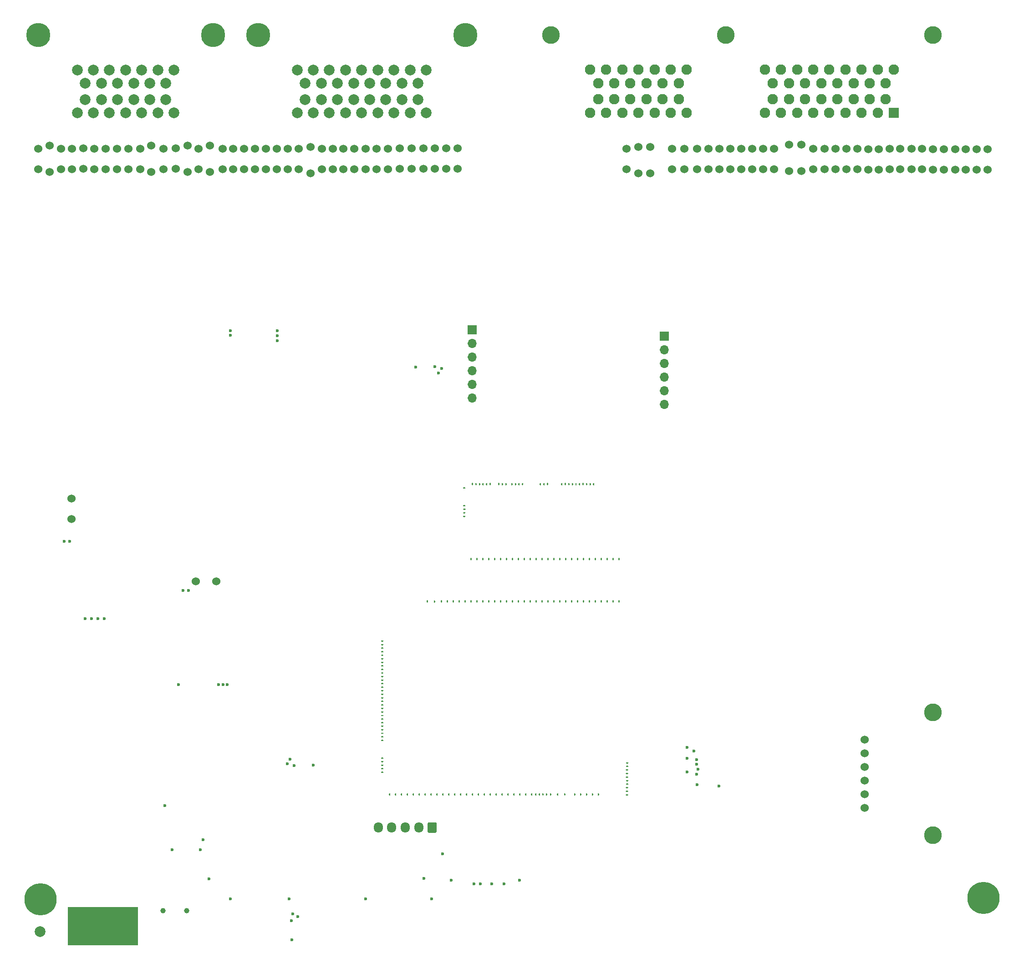
<source format=gbs>
G04 #@! TF.GenerationSoftware,KiCad,Pcbnew,(6.0.9)*
G04 #@! TF.CreationDate,2022-12-04T22:44:37+02:00*
G04 #@! TF.ProjectId,alphax_8ch,616c7068-6178-45f3-9863-682e6b696361,a*
G04 #@! TF.SameCoordinates,PX141f5e0PYa2cace0*
G04 #@! TF.FileFunction,Soldermask,Bot*
G04 #@! TF.FilePolarity,Negative*
%FSLAX46Y46*%
G04 Gerber Fmt 4.6, Leading zero omitted, Abs format (unit mm)*
G04 Created by KiCad (PCBNEW (6.0.9)) date 2022-12-04 22:44:37*
%MOMM*%
%LPD*%
G01*
G04 APERTURE LIST*
%ADD10C,0.120000*%
%ADD11C,4.500000*%
%ADD12C,2.000000*%
%ADD13C,3.300000*%
%ADD14R,1.950000X1.950000*%
%ADD15C,1.950000*%
%ADD16C,0.599999*%
%ADD17C,1.524000*%
%ADD18C,6.000000*%
%ADD19C,1.000000*%
%ADD20C,0.600000*%
%ADD21R,1.700000X1.700000*%
%ADD22O,1.700000X1.700000*%
%ADD23O,1.700000X1.950000*%
%ADD24C,3.302000*%
G04 APERTURE END LIST*
G04 #@! TO.C,U4*
G36*
X22850000Y200000D02*
G01*
X9850000Y200000D01*
X9850000Y7200000D01*
X22850000Y7200000D01*
X22850000Y200000D01*
G37*
D10*
X22850000Y200000D02*
X9850000Y200000D01*
X9850000Y7200000D01*
X22850000Y7200000D01*
X22850000Y200000D01*
G04 #@! TD*
D11*
G04 #@! TO.C,J22*
X4370000Y169500000D03*
X36870000Y169500000D03*
D12*
X29620000Y163000000D03*
X26620000Y163000000D03*
X23620000Y163000000D03*
X20620000Y163000000D03*
X17620000Y163000000D03*
X14620000Y163000000D03*
X11620000Y163000000D03*
X28120000Y160500000D03*
X25120000Y160500000D03*
X22120000Y160500000D03*
X19120000Y160500000D03*
X16120000Y160500000D03*
X13120000Y160500000D03*
X28120000Y157500000D03*
X25120000Y157500000D03*
X22120000Y157500000D03*
X19120000Y157500000D03*
X16120000Y157500000D03*
X13120000Y157500000D03*
X29620000Y155000000D03*
X26620000Y155000000D03*
X23620000Y155000000D03*
X20620000Y155000000D03*
X17620000Y155000000D03*
X14620000Y155000000D03*
X11620000Y155000000D03*
G04 #@! TD*
D13*
G04 #@! TO.C,J10*
X132230000Y169524250D03*
X170730000Y169524250D03*
X99730000Y169524250D03*
D14*
X163480000Y155024250D03*
D15*
X160480000Y155024250D03*
X157480000Y155024250D03*
X154480000Y155024250D03*
X151480000Y155024250D03*
X148480000Y155024250D03*
X145480000Y155024250D03*
X142480000Y155024250D03*
X139480000Y155024250D03*
X161980000Y157524250D03*
X158980000Y157524250D03*
X155980000Y157524250D03*
X152980000Y157524250D03*
X149980000Y157524250D03*
X146980000Y157524250D03*
X143980000Y157524250D03*
X140980000Y157524250D03*
X161980000Y160524250D03*
X158980000Y160524250D03*
X155980000Y160524250D03*
X152980000Y160524250D03*
X149980000Y160524250D03*
X146980000Y160524250D03*
X143980000Y160524250D03*
X140980000Y160524250D03*
X163480000Y163024250D03*
X160480000Y163024250D03*
X157480000Y163024250D03*
X154480000Y163024250D03*
X151480000Y163024250D03*
X148480000Y163024250D03*
X145480000Y163024250D03*
X142480000Y163024250D03*
X139480000Y163024250D03*
X124980000Y155024250D03*
X121980000Y155024250D03*
X118980000Y155024250D03*
X115980000Y155024250D03*
X112980000Y155024250D03*
X109980000Y155024250D03*
X106980000Y155024250D03*
X123480000Y157524250D03*
X120480000Y157524250D03*
X117480000Y157524250D03*
X114480000Y157524250D03*
X111480000Y157524250D03*
X108480000Y157524250D03*
X123480000Y160524250D03*
X120480000Y160524250D03*
X117480000Y160524250D03*
X114480000Y160524250D03*
X111480000Y160524250D03*
X108480000Y160524250D03*
X124980000Y163024250D03*
X121980000Y163024250D03*
X118980000Y163024250D03*
X115980000Y163024250D03*
X112980000Y163024250D03*
X109980000Y163024250D03*
X106980000Y163024250D03*
G04 #@! TD*
D16*
G04 #@! TO.C,M4*
X126845111Y31896868D03*
X125010101Y32321876D03*
X127060109Y32871873D03*
X126845114Y33746832D03*
X126770107Y34596855D03*
X125010101Y34921871D03*
X126320101Y36221838D03*
X125010101Y36871855D03*
X130935116Y29696852D03*
X126860110Y29996854D03*
G04 #@! TD*
D17*
G04 #@! TO.C,R8*
X158700000Y144475000D03*
X158700000Y148285000D03*
G04 #@! TD*
G04 #@! TO.C,R131*
X34175908Y144515760D03*
X34175908Y148325760D03*
G04 #@! TD*
G04 #@! TO.C,R93*
X27668000Y148365000D03*
X27668000Y144555000D03*
G04 #@! TD*
D18*
G04 #@! TO.C,J8*
X4803000Y8619000D03*
G04 #@! TD*
D17*
G04 #@! TO.C,R59*
X80260000Y148400021D03*
X80260000Y144590021D03*
G04 #@! TD*
G04 #@! TO.C,R9*
X154650000Y144495000D03*
X154650000Y148305000D03*
G04 #@! TD*
G04 #@! TO.C,R68*
X52814000Y144555000D03*
X52814000Y148365000D03*
G04 #@! TD*
G04 #@! TO.C,R100*
X148500000Y144505000D03*
X148500000Y148315000D03*
G04 #@! TD*
G04 #@! TO.C,R82*
X4350000Y148325000D03*
X4350000Y144515000D03*
G04 #@! TD*
G04 #@! TO.C,F4*
X146310000Y149060000D03*
X146310000Y144160000D03*
G04 #@! TD*
G04 #@! TO.C,R91*
X40622000Y144555000D03*
X40622000Y148365000D03*
G04 #@! TD*
G04 #@! TO.C,R112*
X10550000Y79387000D03*
X10550000Y83197000D03*
G04 #@! TD*
D16*
G04 #@! TO.C,M16*
X79577495Y17084820D03*
X81152509Y12179811D03*
X93856527Y12188874D03*
X85377499Y11509810D03*
X86552503Y11509810D03*
X88727497Y11509810D03*
X90952499Y11509810D03*
G04 #@! TD*
D17*
G04 #@! TO.C,F10*
X54970000Y148690000D03*
X54970000Y143790000D03*
G04 #@! TD*
G04 #@! TO.C,R11*
X156660000Y144525000D03*
X156660000Y148335000D03*
G04 #@! TD*
G04 #@! TO.C,R6*
X178920000Y144465000D03*
X178920000Y148275000D03*
G04 #@! TD*
G04 #@! TO.C,R60*
X67320000Y144555000D03*
X67320000Y148365000D03*
G04 #@! TD*
D19*
G04 #@! TO.C,J1*
X32000000Y6500000D03*
X27600000Y6500000D03*
G04 #@! TD*
D17*
G04 #@! TO.C,R36*
X135100000Y144555000D03*
X135100000Y148365000D03*
G04 #@! TD*
D20*
G04 #@! TO.C,M10*
X48850000Y114500000D03*
X48850000Y113550000D03*
X48850000Y112600002D03*
X40150000Y113600000D03*
X40150000Y114500000D03*
G04 #@! TD*
D17*
G04 #@! TO.C,R120*
X46718000Y144565000D03*
X46718000Y148375000D03*
G04 #@! TD*
G04 #@! TO.C,R66*
X8650000Y144565000D03*
X8650000Y148375000D03*
G04 #@! TD*
G04 #@! TO.C,R17*
X168760000Y144485000D03*
X168760000Y148295000D03*
G04 #@! TD*
G04 #@! TO.C,R111*
X57110000Y144555000D03*
X57110000Y148365000D03*
G04 #@! TD*
G04 #@! TO.C,R63*
X21180000Y144555000D03*
X21180000Y148365000D03*
G04 #@! TD*
G04 #@! TO.C,R74*
X44686000Y144555000D03*
X44686000Y148365000D03*
G04 #@! TD*
G04 #@! TO.C,R34*
X137110000Y144555000D03*
X137110000Y148365000D03*
G04 #@! TD*
G04 #@! TO.C,R70*
X63160000Y144535000D03*
X63160000Y148345000D03*
G04 #@! TD*
D16*
G04 #@! TO.C,M7*
X51750003Y5925001D03*
X52625005Y5400001D03*
X51450001Y4650003D03*
X51525004Y1100002D03*
G04 #@! TD*
G04 #@! TO.C,M6*
G36*
G01*
X68220504Y32403625D02*
X68470504Y32403625D01*
G75*
G02*
X68595504Y32278625I0J-125000D01*
G01*
X68595504Y32278625D01*
G75*
G02*
X68470504Y32153625I-125000J0D01*
G01*
X68220504Y32153625D01*
G75*
G02*
X68095504Y32278625I0J125000D01*
G01*
X68095504Y32278625D01*
G75*
G02*
X68220504Y32403625I125000J0D01*
G01*
G37*
G36*
G01*
X68470504Y32813623D02*
X68220504Y32813623D01*
G75*
G02*
X68095504Y32938623I0J125000D01*
G01*
X68095504Y32938623D01*
G75*
G02*
X68220504Y33063623I125000J0D01*
G01*
X68470504Y33063623D01*
G75*
G02*
X68595504Y32938623I0J-125000D01*
G01*
X68595504Y32938623D01*
G75*
G02*
X68470504Y32813623I-125000J0D01*
G01*
G37*
G36*
G01*
X68470504Y33473628D02*
X68220504Y33473628D01*
G75*
G02*
X68095504Y33598628I0J125000D01*
G01*
X68095504Y33598628D01*
G75*
G02*
X68220504Y33723628I125000J0D01*
G01*
X68470504Y33723628D01*
G75*
G02*
X68595504Y33598628I0J-125000D01*
G01*
X68595504Y33598628D01*
G75*
G02*
X68470504Y33473628I-125000J0D01*
G01*
G37*
G36*
G01*
X68470504Y34133623D02*
X68220504Y34133623D01*
G75*
G02*
X68095504Y34258623I0J125000D01*
G01*
X68095504Y34258623D01*
G75*
G02*
X68220504Y34383623I125000J0D01*
G01*
X68470504Y34383623D01*
G75*
G02*
X68595504Y34258623I0J-125000D01*
G01*
X68595504Y34258623D01*
G75*
G02*
X68470504Y34133623I-125000J0D01*
G01*
G37*
G36*
G01*
X68470504Y34793625D02*
X68220504Y34793625D01*
G75*
G02*
X68095504Y34918625I0J125000D01*
G01*
X68095504Y34918625D01*
G75*
G02*
X68220504Y35043625I125000J0D01*
G01*
X68470504Y35043625D01*
G75*
G02*
X68595504Y34918625I0J-125000D01*
G01*
X68595504Y34918625D01*
G75*
G02*
X68470504Y34793625I-125000J0D01*
G01*
G37*
G36*
G01*
X68470504Y38093626D02*
X68220504Y38093626D01*
G75*
G02*
X68095504Y38218626I0J125000D01*
G01*
X68095504Y38218626D01*
G75*
G02*
X68220504Y38343626I125000J0D01*
G01*
X68470504Y38343626D01*
G75*
G02*
X68595504Y38218626I0J-125000D01*
G01*
X68595504Y38218626D01*
G75*
G02*
X68470504Y38093626I-125000J0D01*
G01*
G37*
G36*
G01*
X68470504Y38753627D02*
X68220504Y38753627D01*
G75*
G02*
X68095504Y38878627I0J125000D01*
G01*
X68095504Y38878627D01*
G75*
G02*
X68220504Y39003627I125000J0D01*
G01*
X68470504Y39003627D01*
G75*
G02*
X68595504Y38878627I0J-125000D01*
G01*
X68595504Y38878627D01*
G75*
G02*
X68470504Y38753627I-125000J0D01*
G01*
G37*
G36*
G01*
X68470504Y39413629D02*
X68220504Y39413629D01*
G75*
G02*
X68095504Y39538629I0J125000D01*
G01*
X68095504Y39538629D01*
G75*
G02*
X68220504Y39663629I125000J0D01*
G01*
X68470504Y39663629D01*
G75*
G02*
X68595504Y39538629I0J-125000D01*
G01*
X68595504Y39538629D01*
G75*
G02*
X68470504Y39413629I-125000J0D01*
G01*
G37*
G36*
G01*
X68470504Y40073627D02*
X68220504Y40073627D01*
G75*
G02*
X68095504Y40198627I0J125000D01*
G01*
X68095504Y40198627D01*
G75*
G02*
X68220504Y40323627I125000J0D01*
G01*
X68470504Y40323627D01*
G75*
G02*
X68595504Y40198627I0J-125000D01*
G01*
X68595504Y40198627D01*
G75*
G02*
X68470504Y40073627I-125000J0D01*
G01*
G37*
G36*
G01*
X68470504Y40733629D02*
X68220504Y40733629D01*
G75*
G02*
X68095504Y40858629I0J125000D01*
G01*
X68095504Y40858629D01*
G75*
G02*
X68220504Y40983629I125000J0D01*
G01*
X68470504Y40983629D01*
G75*
G02*
X68595504Y40858629I0J-125000D01*
G01*
X68595504Y40858629D01*
G75*
G02*
X68470504Y40733629I-125000J0D01*
G01*
G37*
G36*
G01*
X68470504Y41393627D02*
X68220504Y41393627D01*
G75*
G02*
X68095504Y41518627I0J125000D01*
G01*
X68095504Y41518627D01*
G75*
G02*
X68220504Y41643627I125000J0D01*
G01*
X68470504Y41643627D01*
G75*
G02*
X68595504Y41518627I0J-125000D01*
G01*
X68595504Y41518627D01*
G75*
G02*
X68470504Y41393627I-125000J0D01*
G01*
G37*
G36*
G01*
X68470504Y42053628D02*
X68220504Y42053628D01*
G75*
G02*
X68095504Y42178628I0J125000D01*
G01*
X68095504Y42178628D01*
G75*
G02*
X68220504Y42303628I125000J0D01*
G01*
X68470504Y42303628D01*
G75*
G02*
X68595504Y42178628I0J-125000D01*
G01*
X68595504Y42178628D01*
G75*
G02*
X68470504Y42053628I-125000J0D01*
G01*
G37*
G36*
G01*
X68470504Y42713627D02*
X68220504Y42713627D01*
G75*
G02*
X68095504Y42838627I0J125000D01*
G01*
X68095504Y42838627D01*
G75*
G02*
X68220504Y42963627I125000J0D01*
G01*
X68470504Y42963627D01*
G75*
G02*
X68595504Y42838627I0J-125000D01*
G01*
X68595504Y42838627D01*
G75*
G02*
X68470504Y42713627I-125000J0D01*
G01*
G37*
G36*
G01*
X68470504Y43373628D02*
X68220504Y43373628D01*
G75*
G02*
X68095504Y43498628I0J125000D01*
G01*
X68095504Y43498628D01*
G75*
G02*
X68220504Y43623628I125000J0D01*
G01*
X68470504Y43623628D01*
G75*
G02*
X68595504Y43498628I0J-125000D01*
G01*
X68595504Y43498628D01*
G75*
G02*
X68470504Y43373628I-125000J0D01*
G01*
G37*
G36*
G01*
X68470504Y44033627D02*
X68220504Y44033627D01*
G75*
G02*
X68095504Y44158627I0J125000D01*
G01*
X68095504Y44158627D01*
G75*
G02*
X68220504Y44283627I125000J0D01*
G01*
X68470504Y44283627D01*
G75*
G02*
X68595504Y44158627I0J-125000D01*
G01*
X68595504Y44158627D01*
G75*
G02*
X68470504Y44033627I-125000J0D01*
G01*
G37*
G36*
G01*
X68470504Y44693628D02*
X68220504Y44693628D01*
G75*
G02*
X68095504Y44818628I0J125000D01*
G01*
X68095504Y44818628D01*
G75*
G02*
X68220504Y44943628I125000J0D01*
G01*
X68470504Y44943628D01*
G75*
G02*
X68595504Y44818628I0J-125000D01*
G01*
X68595504Y44818628D01*
G75*
G02*
X68470504Y44693628I-125000J0D01*
G01*
G37*
G36*
G01*
X68470504Y45353627D02*
X68220504Y45353627D01*
G75*
G02*
X68095504Y45478627I0J125000D01*
G01*
X68095504Y45478627D01*
G75*
G02*
X68220504Y45603627I125000J0D01*
G01*
X68470504Y45603627D01*
G75*
G02*
X68595504Y45478627I0J-125000D01*
G01*
X68595504Y45478627D01*
G75*
G02*
X68470504Y45353627I-125000J0D01*
G01*
G37*
G36*
G01*
X68470504Y46013628D02*
X68220504Y46013628D01*
G75*
G02*
X68095504Y46138628I0J125000D01*
G01*
X68095504Y46138628D01*
G75*
G02*
X68220504Y46263628I125000J0D01*
G01*
X68470504Y46263628D01*
G75*
G02*
X68595504Y46138628I0J-125000D01*
G01*
X68595504Y46138628D01*
G75*
G02*
X68470504Y46013628I-125000J0D01*
G01*
G37*
G36*
G01*
X68470504Y46673627D02*
X68220504Y46673627D01*
G75*
G02*
X68095504Y46798627I0J125000D01*
G01*
X68095504Y46798627D01*
G75*
G02*
X68220504Y46923627I125000J0D01*
G01*
X68470504Y46923627D01*
G75*
G02*
X68595504Y46798627I0J-125000D01*
G01*
X68595504Y46798627D01*
G75*
G02*
X68470504Y46673627I-125000J0D01*
G01*
G37*
G36*
G01*
X68470504Y47333628D02*
X68220504Y47333628D01*
G75*
G02*
X68095504Y47458628I0J125000D01*
G01*
X68095504Y47458628D01*
G75*
G02*
X68220504Y47583628I125000J0D01*
G01*
X68470504Y47583628D01*
G75*
G02*
X68595504Y47458628I0J-125000D01*
G01*
X68595504Y47458628D01*
G75*
G02*
X68470504Y47333628I-125000J0D01*
G01*
G37*
G36*
G01*
X68470504Y47993627D02*
X68220504Y47993627D01*
G75*
G02*
X68095504Y48118627I0J125000D01*
G01*
X68095504Y48118627D01*
G75*
G02*
X68220504Y48243627I125000J0D01*
G01*
X68470504Y48243627D01*
G75*
G02*
X68595504Y48118627I0J-125000D01*
G01*
X68595504Y48118627D01*
G75*
G02*
X68470504Y47993627I-125000J0D01*
G01*
G37*
G36*
G01*
X68470504Y48653628D02*
X68220504Y48653628D01*
G75*
G02*
X68095504Y48778628I0J125000D01*
G01*
X68095504Y48778628D01*
G75*
G02*
X68220504Y48903628I125000J0D01*
G01*
X68470504Y48903628D01*
G75*
G02*
X68595504Y48778628I0J-125000D01*
G01*
X68595504Y48778628D01*
G75*
G02*
X68470504Y48653628I-125000J0D01*
G01*
G37*
G36*
G01*
X68470504Y49313627D02*
X68220504Y49313627D01*
G75*
G02*
X68095504Y49438627I0J125000D01*
G01*
X68095504Y49438627D01*
G75*
G02*
X68220504Y49563627I125000J0D01*
G01*
X68470504Y49563627D01*
G75*
G02*
X68595504Y49438627I0J-125000D01*
G01*
X68595504Y49438627D01*
G75*
G02*
X68470504Y49313627I-125000J0D01*
G01*
G37*
G36*
G01*
X68470504Y49973628D02*
X68220504Y49973628D01*
G75*
G02*
X68095504Y50098628I0J125000D01*
G01*
X68095504Y50098628D01*
G75*
G02*
X68220504Y50223628I125000J0D01*
G01*
X68470504Y50223628D01*
G75*
G02*
X68595504Y50098628I0J-125000D01*
G01*
X68595504Y50098628D01*
G75*
G02*
X68470504Y49973628I-125000J0D01*
G01*
G37*
G36*
G01*
X68470504Y50633627D02*
X68220504Y50633627D01*
G75*
G02*
X68095504Y50758627I0J125000D01*
G01*
X68095504Y50758627D01*
G75*
G02*
X68220504Y50883627I125000J0D01*
G01*
X68470504Y50883627D01*
G75*
G02*
X68595504Y50758627I0J-125000D01*
G01*
X68595504Y50758627D01*
G75*
G02*
X68470504Y50633627I-125000J0D01*
G01*
G37*
G36*
G01*
X68470504Y51293628D02*
X68220504Y51293628D01*
G75*
G02*
X68095504Y51418628I0J125000D01*
G01*
X68095504Y51418628D01*
G75*
G02*
X68220504Y51543628I125000J0D01*
G01*
X68470504Y51543628D01*
G75*
G02*
X68595504Y51418628I0J-125000D01*
G01*
X68595504Y51418628D01*
G75*
G02*
X68470504Y51293628I-125000J0D01*
G01*
G37*
G36*
G01*
X68470504Y51953626D02*
X68220504Y51953626D01*
G75*
G02*
X68095504Y52078626I0J125000D01*
G01*
X68095504Y52078626D01*
G75*
G02*
X68220504Y52203626I125000J0D01*
G01*
X68470504Y52203626D01*
G75*
G02*
X68595504Y52078626I0J-125000D01*
G01*
X68595504Y52078626D01*
G75*
G02*
X68470504Y51953626I-125000J0D01*
G01*
G37*
G36*
G01*
X68470504Y52613628D02*
X68220504Y52613628D01*
G75*
G02*
X68095504Y52738628I0J125000D01*
G01*
X68095504Y52738628D01*
G75*
G02*
X68220504Y52863628I125000J0D01*
G01*
X68470504Y52863628D01*
G75*
G02*
X68595504Y52738628I0J-125000D01*
G01*
X68595504Y52738628D01*
G75*
G02*
X68470504Y52613628I-125000J0D01*
G01*
G37*
G36*
G01*
X68470504Y53273626D02*
X68220504Y53273626D01*
G75*
G02*
X68095504Y53398626I0J125000D01*
G01*
X68095504Y53398626D01*
G75*
G02*
X68220504Y53523626I125000J0D01*
G01*
X68470504Y53523626D01*
G75*
G02*
X68595504Y53398626I0J-125000D01*
G01*
X68595504Y53398626D01*
G75*
G02*
X68470504Y53273626I-125000J0D01*
G01*
G37*
G36*
G01*
X68470504Y53933628D02*
X68220504Y53933628D01*
G75*
G02*
X68095504Y54058628I0J125000D01*
G01*
X68095504Y54058628D01*
G75*
G02*
X68220504Y54183628I125000J0D01*
G01*
X68470504Y54183628D01*
G75*
G02*
X68595504Y54058628I0J-125000D01*
G01*
X68595504Y54058628D01*
G75*
G02*
X68470504Y53933628I-125000J0D01*
G01*
G37*
G36*
G01*
X68470504Y54593626D02*
X68220504Y54593626D01*
G75*
G02*
X68095504Y54718626I0J125000D01*
G01*
X68095504Y54718626D01*
G75*
G02*
X68220504Y54843626I125000J0D01*
G01*
X68470504Y54843626D01*
G75*
G02*
X68595504Y54718626I0J-125000D01*
G01*
X68595504Y54718626D01*
G75*
G02*
X68470504Y54593626I-125000J0D01*
G01*
G37*
G36*
G01*
X68470504Y55253627D02*
X68220504Y55253627D01*
G75*
G02*
X68095504Y55378627I0J125000D01*
G01*
X68095504Y55378627D01*
G75*
G02*
X68220504Y55503627I125000J0D01*
G01*
X68470504Y55503627D01*
G75*
G02*
X68595504Y55378627I0J-125000D01*
G01*
X68595504Y55378627D01*
G75*
G02*
X68470504Y55253627I-125000J0D01*
G01*
G37*
G36*
G01*
X68470504Y55913626D02*
X68220504Y55913626D01*
G75*
G02*
X68095504Y56038626I0J125000D01*
G01*
X68095504Y56038626D01*
G75*
G02*
X68220504Y56163626I125000J0D01*
G01*
X68470504Y56163626D01*
G75*
G02*
X68595504Y56038626I0J-125000D01*
G01*
X68595504Y56038626D01*
G75*
G02*
X68470504Y55913626I-125000J0D01*
G01*
G37*
G36*
G01*
X68470504Y56573627D02*
X68220504Y56573627D01*
G75*
G02*
X68095504Y56698627I0J125000D01*
G01*
X68095504Y56698627D01*
G75*
G02*
X68220504Y56823627I125000J0D01*
G01*
X68470504Y56823627D01*
G75*
G02*
X68595504Y56698627I0J-125000D01*
G01*
X68595504Y56698627D01*
G75*
G02*
X68470504Y56573627I-125000J0D01*
G01*
G37*
G36*
G01*
X102167502Y28026623D02*
X102167502Y28276623D01*
G75*
G02*
X102292502Y28401623I125000J0D01*
G01*
X102292502Y28401623D01*
G75*
G02*
X102417502Y28276623I0J-125000D01*
G01*
X102417502Y28026623D01*
G75*
G02*
X102292502Y27901623I-125000J0D01*
G01*
X102292502Y27901623D01*
G75*
G02*
X102167502Y28026623I0J125000D01*
G01*
G37*
G36*
G01*
X101097500Y28276623D02*
X101097500Y28026623D01*
G75*
G02*
X100972500Y27901623I-125000J0D01*
G01*
X100972500Y27901623D01*
G75*
G02*
X100847500Y28026623I0J125000D01*
G01*
X100847500Y28276623D01*
G75*
G02*
X100972500Y28401623I125000J0D01*
G01*
X100972500Y28401623D01*
G75*
G02*
X101097500Y28276623I0J-125000D01*
G01*
G37*
G36*
G01*
X99777497Y28276623D02*
X99777497Y28026623D01*
G75*
G02*
X99652497Y27901623I-125000J0D01*
G01*
X99652497Y27901623D01*
G75*
G02*
X99527497Y28026623I0J125000D01*
G01*
X99527497Y28276623D01*
G75*
G02*
X99652497Y28401623I125000J0D01*
G01*
X99652497Y28401623D01*
G75*
G02*
X99777497Y28276623I0J-125000D01*
G01*
G37*
G36*
G01*
X99017499Y28276623D02*
X99017499Y28026623D01*
G75*
G02*
X98892499Y27901623I-125000J0D01*
G01*
X98892499Y27901623D01*
G75*
G02*
X98767499Y28026623I0J125000D01*
G01*
X98767499Y28276623D01*
G75*
G02*
X98892499Y28401623I125000J0D01*
G01*
X98892499Y28401623D01*
G75*
G02*
X99017499Y28276623I0J-125000D01*
G01*
G37*
G36*
G01*
X98352496Y28276623D02*
X98352496Y28026623D01*
G75*
G02*
X98227496Y27901623I-125000J0D01*
G01*
X98227496Y27901623D01*
G75*
G02*
X98102496Y28026623I0J125000D01*
G01*
X98102496Y28276623D01*
G75*
G02*
X98227496Y28401623I125000J0D01*
G01*
X98227496Y28401623D01*
G75*
G02*
X98352496Y28276623I0J-125000D01*
G01*
G37*
G36*
G01*
X97687494Y28276623D02*
X97687494Y28026623D01*
G75*
G02*
X97562494Y27901623I-125000J0D01*
G01*
X97562494Y27901623D01*
G75*
G02*
X97437494Y28026623I0J125000D01*
G01*
X97437494Y28276623D01*
G75*
G02*
X97562494Y28401623I125000J0D01*
G01*
X97562494Y28401623D01*
G75*
G02*
X97687494Y28276623I0J-125000D01*
G01*
G37*
G36*
G01*
X97022504Y28276623D02*
X97022504Y28026623D01*
G75*
G02*
X96897504Y27901623I-125000J0D01*
G01*
X96897504Y27901623D01*
G75*
G02*
X96772504Y28026623I0J125000D01*
G01*
X96772504Y28276623D01*
G75*
G02*
X96897504Y28401623I125000J0D01*
G01*
X96897504Y28401623D01*
G75*
G02*
X97022504Y28276623I0J-125000D01*
G01*
G37*
G36*
G01*
X96247504Y28276623D02*
X96247504Y28026623D01*
G75*
G02*
X96122504Y27901623I-125000J0D01*
G01*
X96122504Y27901623D01*
G75*
G02*
X95997504Y28026623I0J125000D01*
G01*
X95997504Y28276623D01*
G75*
G02*
X96122504Y28401623I125000J0D01*
G01*
X96122504Y28401623D01*
G75*
G02*
X96247504Y28276623I0J-125000D01*
G01*
G37*
G36*
G01*
X95147506Y28276623D02*
X95147506Y28026623D01*
G75*
G02*
X95022506Y27901623I-125000J0D01*
G01*
X95022506Y27901623D01*
G75*
G02*
X94897506Y28026623I0J125000D01*
G01*
X94897506Y28276623D01*
G75*
G02*
X95022506Y28401623I125000J0D01*
G01*
X95022506Y28401623D01*
G75*
G02*
X95147506Y28276623I0J-125000D01*
G01*
G37*
G36*
G01*
X94047509Y28276623D02*
X94047509Y28026623D01*
G75*
G02*
X93922509Y27901623I-125000J0D01*
G01*
X93922509Y27901623D01*
G75*
G02*
X93797509Y28026623I0J125000D01*
G01*
X93797509Y28276623D01*
G75*
G02*
X93922509Y28401623I125000J0D01*
G01*
X93922509Y28401623D01*
G75*
G02*
X94047509Y28276623I0J-125000D01*
G01*
G37*
G36*
G01*
X92947511Y28276623D02*
X92947511Y28026623D01*
G75*
G02*
X92822511Y27901623I-125000J0D01*
G01*
X92822511Y27901623D01*
G75*
G02*
X92697511Y28026623I0J125000D01*
G01*
X92697511Y28276623D01*
G75*
G02*
X92822511Y28401623I125000J0D01*
G01*
X92822511Y28401623D01*
G75*
G02*
X92947511Y28276623I0J-125000D01*
G01*
G37*
G36*
G01*
X91847513Y28276623D02*
X91847513Y28026623D01*
G75*
G02*
X91722513Y27901623I-125000J0D01*
G01*
X91722513Y27901623D01*
G75*
G02*
X91597513Y28026623I0J125000D01*
G01*
X91597513Y28276623D01*
G75*
G02*
X91722513Y28401623I125000J0D01*
G01*
X91722513Y28401623D01*
G75*
G02*
X91847513Y28276623I0J-125000D01*
G01*
G37*
G36*
G01*
X90747515Y28276623D02*
X90747515Y28026623D01*
G75*
G02*
X90622515Y27901623I-125000J0D01*
G01*
X90622515Y27901623D01*
G75*
G02*
X90497515Y28026623I0J125000D01*
G01*
X90497515Y28276623D01*
G75*
G02*
X90622515Y28401623I125000J0D01*
G01*
X90622515Y28401623D01*
G75*
G02*
X90747515Y28276623I0J-125000D01*
G01*
G37*
G36*
G01*
X89647517Y28276623D02*
X89647517Y28026623D01*
G75*
G02*
X89522517Y27901623I-125000J0D01*
G01*
X89522517Y27901623D01*
G75*
G02*
X89397517Y28026623I0J125000D01*
G01*
X89397517Y28276623D01*
G75*
G02*
X89522517Y28401623I125000J0D01*
G01*
X89522517Y28401623D01*
G75*
G02*
X89647517Y28276623I0J-125000D01*
G01*
G37*
G36*
G01*
X88547520Y28276623D02*
X88547520Y28026623D01*
G75*
G02*
X88422520Y27901623I-125000J0D01*
G01*
X88422520Y27901623D01*
G75*
G02*
X88297520Y28026623I0J125000D01*
G01*
X88297520Y28276623D01*
G75*
G02*
X88422520Y28401623I125000J0D01*
G01*
X88422520Y28401623D01*
G75*
G02*
X88547520Y28276623I0J-125000D01*
G01*
G37*
G36*
G01*
X87447522Y28276623D02*
X87447522Y28026623D01*
G75*
G02*
X87322522Y27901623I-125000J0D01*
G01*
X87322522Y27901623D01*
G75*
G02*
X87197522Y28026623I0J125000D01*
G01*
X87197522Y28276623D01*
G75*
G02*
X87322522Y28401623I125000J0D01*
G01*
X87322522Y28401623D01*
G75*
G02*
X87447522Y28276623I0J-125000D01*
G01*
G37*
G36*
G01*
X86347524Y28276623D02*
X86347524Y28026623D01*
G75*
G02*
X86222524Y27901623I-125000J0D01*
G01*
X86222524Y27901623D01*
G75*
G02*
X86097524Y28026623I0J125000D01*
G01*
X86097524Y28276623D01*
G75*
G02*
X86222524Y28401623I125000J0D01*
G01*
X86222524Y28401623D01*
G75*
G02*
X86347524Y28276623I0J-125000D01*
G01*
G37*
G36*
G01*
X85247526Y28276623D02*
X85247526Y28026623D01*
G75*
G02*
X85122526Y27901623I-125000J0D01*
G01*
X85122526Y27901623D01*
G75*
G02*
X84997526Y28026623I0J125000D01*
G01*
X84997526Y28276623D01*
G75*
G02*
X85122526Y28401623I125000J0D01*
G01*
X85122526Y28401623D01*
G75*
G02*
X85247526Y28276623I0J-125000D01*
G01*
G37*
G36*
G01*
X84147528Y28276623D02*
X84147528Y28026623D01*
G75*
G02*
X84022528Y27901623I-125000J0D01*
G01*
X84022528Y27901623D01*
G75*
G02*
X83897528Y28026623I0J125000D01*
G01*
X83897528Y28276623D01*
G75*
G02*
X84022528Y28401623I125000J0D01*
G01*
X84022528Y28401623D01*
G75*
G02*
X84147528Y28276623I0J-125000D01*
G01*
G37*
G36*
G01*
X83047531Y28276623D02*
X83047531Y28026623D01*
G75*
G02*
X82922531Y27901623I-125000J0D01*
G01*
X82922531Y27901623D01*
G75*
G02*
X82797531Y28026623I0J125000D01*
G01*
X82797531Y28276623D01*
G75*
G02*
X82922531Y28401623I125000J0D01*
G01*
X82922531Y28401623D01*
G75*
G02*
X83047531Y28276623I0J-125000D01*
G01*
G37*
G36*
G01*
X81947533Y28276623D02*
X81947533Y28026623D01*
G75*
G02*
X81822533Y27901623I-125000J0D01*
G01*
X81822533Y27901623D01*
G75*
G02*
X81697533Y28026623I0J125000D01*
G01*
X81697533Y28276623D01*
G75*
G02*
X81822533Y28401623I125000J0D01*
G01*
X81822533Y28401623D01*
G75*
G02*
X81947533Y28276623I0J-125000D01*
G01*
G37*
G36*
G01*
X80847535Y28276623D02*
X80847535Y28026623D01*
G75*
G02*
X80722535Y27901623I-125000J0D01*
G01*
X80722535Y27901623D01*
G75*
G02*
X80597535Y28026623I0J125000D01*
G01*
X80597535Y28276623D01*
G75*
G02*
X80722535Y28401623I125000J0D01*
G01*
X80722535Y28401623D01*
G75*
G02*
X80847535Y28276623I0J-125000D01*
G01*
G37*
G36*
G01*
X79747537Y28276623D02*
X79747537Y28026623D01*
G75*
G02*
X79622537Y27901623I-125000J0D01*
G01*
X79622537Y27901623D01*
G75*
G02*
X79497537Y28026623I0J125000D01*
G01*
X79497537Y28276623D01*
G75*
G02*
X79622537Y28401623I125000J0D01*
G01*
X79622537Y28401623D01*
G75*
G02*
X79747537Y28276623I0J-125000D01*
G01*
G37*
G36*
G01*
X78647539Y28276623D02*
X78647539Y28026623D01*
G75*
G02*
X78522539Y27901623I-125000J0D01*
G01*
X78522539Y27901623D01*
G75*
G02*
X78397539Y28026623I0J125000D01*
G01*
X78397539Y28276623D01*
G75*
G02*
X78522539Y28401623I125000J0D01*
G01*
X78522539Y28401623D01*
G75*
G02*
X78647539Y28276623I0J-125000D01*
G01*
G37*
G36*
G01*
X77547542Y28276623D02*
X77547542Y28026623D01*
G75*
G02*
X77422542Y27901623I-125000J0D01*
G01*
X77422542Y27901623D01*
G75*
G02*
X77297542Y28026623I0J125000D01*
G01*
X77297542Y28276623D01*
G75*
G02*
X77422542Y28401623I125000J0D01*
G01*
X77422542Y28401623D01*
G75*
G02*
X77547542Y28276623I0J-125000D01*
G01*
G37*
G36*
G01*
X76447544Y28276623D02*
X76447544Y28026623D01*
G75*
G02*
X76322544Y27901623I-125000J0D01*
G01*
X76322544Y27901623D01*
G75*
G02*
X76197544Y28026623I0J125000D01*
G01*
X76197544Y28276623D01*
G75*
G02*
X76322544Y28401623I125000J0D01*
G01*
X76322544Y28401623D01*
G75*
G02*
X76447544Y28276623I0J-125000D01*
G01*
G37*
G36*
G01*
X75347546Y28276623D02*
X75347546Y28026623D01*
G75*
G02*
X75222546Y27901623I-125000J0D01*
G01*
X75222546Y27901623D01*
G75*
G02*
X75097546Y28026623I0J125000D01*
G01*
X75097546Y28276623D01*
G75*
G02*
X75222546Y28401623I125000J0D01*
G01*
X75222546Y28401623D01*
G75*
G02*
X75347546Y28276623I0J-125000D01*
G01*
G37*
G36*
G01*
X74247548Y28276623D02*
X74247548Y28026623D01*
G75*
G02*
X74122548Y27901623I-125000J0D01*
G01*
X74122548Y27901623D01*
G75*
G02*
X73997548Y28026623I0J125000D01*
G01*
X73997548Y28276623D01*
G75*
G02*
X74122548Y28401623I125000J0D01*
G01*
X74122548Y28401623D01*
G75*
G02*
X74247548Y28276623I0J-125000D01*
G01*
G37*
G36*
G01*
X73147550Y28276623D02*
X73147550Y28026623D01*
G75*
G02*
X73022550Y27901623I-125000J0D01*
G01*
X73022550Y27901623D01*
G75*
G02*
X72897550Y28026623I0J125000D01*
G01*
X72897550Y28276623D01*
G75*
G02*
X73022550Y28401623I125000J0D01*
G01*
X73022550Y28401623D01*
G75*
G02*
X73147550Y28276623I0J-125000D01*
G01*
G37*
G36*
G01*
X72047553Y28276623D02*
X72047553Y28026623D01*
G75*
G02*
X71922553Y27901623I-125000J0D01*
G01*
X71922553Y27901623D01*
G75*
G02*
X71797553Y28026623I0J125000D01*
G01*
X71797553Y28276623D01*
G75*
G02*
X71922553Y28401623I125000J0D01*
G01*
X71922553Y28401623D01*
G75*
G02*
X72047553Y28276623I0J-125000D01*
G01*
G37*
G36*
G01*
X70947555Y28276623D02*
X70947555Y28026623D01*
G75*
G02*
X70822555Y27901623I-125000J0D01*
G01*
X70822555Y27901623D01*
G75*
G02*
X70697555Y28026623I0J125000D01*
G01*
X70697555Y28276623D01*
G75*
G02*
X70822555Y28401623I125000J0D01*
G01*
X70822555Y28401623D01*
G75*
G02*
X70947555Y28276623I0J-125000D01*
G01*
G37*
G36*
G01*
X69847557Y28276623D02*
X69847557Y28026623D01*
G75*
G02*
X69722557Y27901623I-125000J0D01*
G01*
X69722557Y27901623D01*
G75*
G02*
X69597557Y28026623I0J125000D01*
G01*
X69597557Y28276623D01*
G75*
G02*
X69722557Y28401623I125000J0D01*
G01*
X69722557Y28401623D01*
G75*
G02*
X69847557Y28276623I0J-125000D01*
G01*
G37*
G36*
G01*
X108677489Y28276623D02*
X108677489Y28026623D01*
G75*
G02*
X108552489Y27901623I-125000J0D01*
G01*
X108552489Y27901623D01*
G75*
G02*
X108427489Y28026623I0J125000D01*
G01*
X108427489Y28276623D01*
G75*
G02*
X108552489Y28401623I125000J0D01*
G01*
X108552489Y28401623D01*
G75*
G02*
X108677489Y28276623I0J-125000D01*
G01*
G37*
G36*
G01*
X107577492Y28276623D02*
X107577492Y28026623D01*
G75*
G02*
X107452492Y27901623I-125000J0D01*
G01*
X107452492Y27901623D01*
G75*
G02*
X107327492Y28026623I0J125000D01*
G01*
X107327492Y28276623D01*
G75*
G02*
X107452492Y28401623I125000J0D01*
G01*
X107452492Y28401623D01*
G75*
G02*
X107577492Y28276623I0J-125000D01*
G01*
G37*
G36*
G01*
X106477494Y28276623D02*
X106477494Y28026623D01*
G75*
G02*
X106352494Y27901623I-125000J0D01*
G01*
X106352494Y27901623D01*
G75*
G02*
X106227494Y28026623I0J125000D01*
G01*
X106227494Y28276623D01*
G75*
G02*
X106352494Y28401623I125000J0D01*
G01*
X106352494Y28401623D01*
G75*
G02*
X106477494Y28276623I0J-125000D01*
G01*
G37*
G36*
G01*
X105377496Y28276623D02*
X105377496Y28026623D01*
G75*
G02*
X105252496Y27901623I-125000J0D01*
G01*
X105252496Y27901623D01*
G75*
G02*
X105127496Y28026623I0J125000D01*
G01*
X105127496Y28276623D01*
G75*
G02*
X105252496Y28401623I125000J0D01*
G01*
X105252496Y28401623D01*
G75*
G02*
X105377496Y28276623I0J-125000D01*
G01*
G37*
G36*
G01*
X104277498Y28276623D02*
X104277498Y28026623D01*
G75*
G02*
X104152498Y27901623I-125000J0D01*
G01*
X104152498Y27901623D01*
G75*
G02*
X104027498Y28026623I0J125000D01*
G01*
X104027498Y28276623D01*
G75*
G02*
X104152498Y28401623I125000J0D01*
G01*
X104152498Y28401623D01*
G75*
G02*
X104277498Y28276623I0J-125000D01*
G01*
G37*
G36*
G01*
X76847500Y64205623D02*
X76847500Y63955623D01*
G75*
G02*
X76722500Y63830623I-125000J0D01*
G01*
X76722500Y63830623D01*
G75*
G02*
X76597500Y63955623I0J125000D01*
G01*
X76597500Y64205623D01*
G75*
G02*
X76722500Y64330623I125000J0D01*
G01*
X76722500Y64330623D01*
G75*
G02*
X76847500Y64205623I0J-125000D01*
G01*
G37*
G36*
G01*
X77917502Y63955623D02*
X77917502Y64205623D01*
G75*
G02*
X78042502Y64330623I125000J0D01*
G01*
X78042502Y64330623D01*
G75*
G02*
X78167502Y64205623I0J-125000D01*
G01*
X78167502Y63955623D01*
G75*
G02*
X78042502Y63830623I-125000J0D01*
G01*
X78042502Y63830623D01*
G75*
G02*
X77917502Y63955623I0J125000D01*
G01*
G37*
G36*
G01*
X79237505Y63955623D02*
X79237505Y64205623D01*
G75*
G02*
X79362505Y64330623I125000J0D01*
G01*
X79362505Y64330623D01*
G75*
G02*
X79487505Y64205623I0J-125000D01*
G01*
X79487505Y63955623D01*
G75*
G02*
X79362505Y63830623I-125000J0D01*
G01*
X79362505Y63830623D01*
G75*
G02*
X79237505Y63955623I0J125000D01*
G01*
G37*
G36*
G01*
X80337502Y63955623D02*
X80337502Y64205623D01*
G75*
G02*
X80462502Y64330623I125000J0D01*
G01*
X80462502Y64330623D01*
G75*
G02*
X80587502Y64205623I0J-125000D01*
G01*
X80587502Y63955623D01*
G75*
G02*
X80462502Y63830623I-125000J0D01*
G01*
X80462502Y63830623D01*
G75*
G02*
X80337502Y63955623I0J125000D01*
G01*
G37*
G36*
G01*
X81437500Y63955623D02*
X81437500Y64205623D01*
G75*
G02*
X81562500Y64330623I125000J0D01*
G01*
X81562500Y64330623D01*
G75*
G02*
X81687500Y64205623I0J-125000D01*
G01*
X81687500Y63955623D01*
G75*
G02*
X81562500Y63830623I-125000J0D01*
G01*
X81562500Y63830623D01*
G75*
G02*
X81437500Y63955623I0J125000D01*
G01*
G37*
G36*
G01*
X82537498Y63955623D02*
X82537498Y64205623D01*
G75*
G02*
X82662498Y64330623I125000J0D01*
G01*
X82662498Y64330623D01*
G75*
G02*
X82787498Y64205623I0J-125000D01*
G01*
X82787498Y63955623D01*
G75*
G02*
X82662498Y63830623I-125000J0D01*
G01*
X82662498Y63830623D01*
G75*
G02*
X82537498Y63955623I0J125000D01*
G01*
G37*
G36*
G01*
X83637496Y63955623D02*
X83637496Y64205623D01*
G75*
G02*
X83762496Y64330623I125000J0D01*
G01*
X83762496Y64330623D01*
G75*
G02*
X83887496Y64205623I0J-125000D01*
G01*
X83887496Y63955623D01*
G75*
G02*
X83762496Y63830623I-125000J0D01*
G01*
X83762496Y63830623D01*
G75*
G02*
X83637496Y63955623I0J125000D01*
G01*
G37*
G36*
G01*
X84737494Y63955623D02*
X84737494Y64205623D01*
G75*
G02*
X84862494Y64330623I125000J0D01*
G01*
X84862494Y64330623D01*
G75*
G02*
X84987494Y64205623I0J-125000D01*
G01*
X84987494Y63955623D01*
G75*
G02*
X84862494Y63830623I-125000J0D01*
G01*
X84862494Y63830623D01*
G75*
G02*
X84737494Y63955623I0J125000D01*
G01*
G37*
G36*
G01*
X85837491Y63955623D02*
X85837491Y64205623D01*
G75*
G02*
X85962491Y64330623I125000J0D01*
G01*
X85962491Y64330623D01*
G75*
G02*
X86087491Y64205623I0J-125000D01*
G01*
X86087491Y63955623D01*
G75*
G02*
X85962491Y63830623I-125000J0D01*
G01*
X85962491Y63830623D01*
G75*
G02*
X85837491Y63955623I0J125000D01*
G01*
G37*
G36*
G01*
X86937489Y63955623D02*
X86937489Y64205623D01*
G75*
G02*
X87062489Y64330623I125000J0D01*
G01*
X87062489Y64330623D01*
G75*
G02*
X87187489Y64205623I0J-125000D01*
G01*
X87187489Y63955623D01*
G75*
G02*
X87062489Y63830623I-125000J0D01*
G01*
X87062489Y63830623D01*
G75*
G02*
X86937489Y63955623I0J125000D01*
G01*
G37*
G36*
G01*
X88037487Y63955623D02*
X88037487Y64205623D01*
G75*
G02*
X88162487Y64330623I125000J0D01*
G01*
X88162487Y64330623D01*
G75*
G02*
X88287487Y64205623I0J-125000D01*
G01*
X88287487Y63955623D01*
G75*
G02*
X88162487Y63830623I-125000J0D01*
G01*
X88162487Y63830623D01*
G75*
G02*
X88037487Y63955623I0J125000D01*
G01*
G37*
G36*
G01*
X89137485Y63955623D02*
X89137485Y64205623D01*
G75*
G02*
X89262485Y64330623I125000J0D01*
G01*
X89262485Y64330623D01*
G75*
G02*
X89387485Y64205623I0J-125000D01*
G01*
X89387485Y63955623D01*
G75*
G02*
X89262485Y63830623I-125000J0D01*
G01*
X89262485Y63830623D01*
G75*
G02*
X89137485Y63955623I0J125000D01*
G01*
G37*
G36*
G01*
X90237483Y63955623D02*
X90237483Y64205623D01*
G75*
G02*
X90362483Y64330623I125000J0D01*
G01*
X90362483Y64330623D01*
G75*
G02*
X90487483Y64205623I0J-125000D01*
G01*
X90487483Y63955623D01*
G75*
G02*
X90362483Y63830623I-125000J0D01*
G01*
X90362483Y63830623D01*
G75*
G02*
X90237483Y63955623I0J125000D01*
G01*
G37*
G36*
G01*
X91337480Y63955623D02*
X91337480Y64205623D01*
G75*
G02*
X91462480Y64330623I125000J0D01*
G01*
X91462480Y64330623D01*
G75*
G02*
X91587480Y64205623I0J-125000D01*
G01*
X91587480Y63955623D01*
G75*
G02*
X91462480Y63830623I-125000J0D01*
G01*
X91462480Y63830623D01*
G75*
G02*
X91337480Y63955623I0J125000D01*
G01*
G37*
G36*
G01*
X92437478Y63955623D02*
X92437478Y64205623D01*
G75*
G02*
X92562478Y64330623I125000J0D01*
G01*
X92562478Y64330623D01*
G75*
G02*
X92687478Y64205623I0J-125000D01*
G01*
X92687478Y63955623D01*
G75*
G02*
X92562478Y63830623I-125000J0D01*
G01*
X92562478Y63830623D01*
G75*
G02*
X92437478Y63955623I0J125000D01*
G01*
G37*
G36*
G01*
X93537476Y63955623D02*
X93537476Y64205623D01*
G75*
G02*
X93662476Y64330623I125000J0D01*
G01*
X93662476Y64330623D01*
G75*
G02*
X93787476Y64205623I0J-125000D01*
G01*
X93787476Y63955623D01*
G75*
G02*
X93662476Y63830623I-125000J0D01*
G01*
X93662476Y63830623D01*
G75*
G02*
X93537476Y63955623I0J125000D01*
G01*
G37*
G36*
G01*
X94637474Y63955623D02*
X94637474Y64205623D01*
G75*
G02*
X94762474Y64330623I125000J0D01*
G01*
X94762474Y64330623D01*
G75*
G02*
X94887474Y64205623I0J-125000D01*
G01*
X94887474Y63955623D01*
G75*
G02*
X94762474Y63830623I-125000J0D01*
G01*
X94762474Y63830623D01*
G75*
G02*
X94637474Y63955623I0J125000D01*
G01*
G37*
G36*
G01*
X95737472Y63955623D02*
X95737472Y64205623D01*
G75*
G02*
X95862472Y64330623I125000J0D01*
G01*
X95862472Y64330623D01*
G75*
G02*
X95987472Y64205623I0J-125000D01*
G01*
X95987472Y63955623D01*
G75*
G02*
X95862472Y63830623I-125000J0D01*
G01*
X95862472Y63830623D01*
G75*
G02*
X95737472Y63955623I0J125000D01*
G01*
G37*
G36*
G01*
X96837469Y63955623D02*
X96837469Y64205623D01*
G75*
G02*
X96962469Y64330623I125000J0D01*
G01*
X96962469Y64330623D01*
G75*
G02*
X97087469Y64205623I0J-125000D01*
G01*
X97087469Y63955623D01*
G75*
G02*
X96962469Y63830623I-125000J0D01*
G01*
X96962469Y63830623D01*
G75*
G02*
X96837469Y63955623I0J125000D01*
G01*
G37*
G36*
G01*
X97937467Y63955623D02*
X97937467Y64205623D01*
G75*
G02*
X98062467Y64330623I125000J0D01*
G01*
X98062467Y64330623D01*
G75*
G02*
X98187467Y64205623I0J-125000D01*
G01*
X98187467Y63955623D01*
G75*
G02*
X98062467Y63830623I-125000J0D01*
G01*
X98062467Y63830623D01*
G75*
G02*
X97937467Y63955623I0J125000D01*
G01*
G37*
G36*
G01*
X99037465Y63955623D02*
X99037465Y64205623D01*
G75*
G02*
X99162465Y64330623I125000J0D01*
G01*
X99162465Y64330623D01*
G75*
G02*
X99287465Y64205623I0J-125000D01*
G01*
X99287465Y63955623D01*
G75*
G02*
X99162465Y63830623I-125000J0D01*
G01*
X99162465Y63830623D01*
G75*
G02*
X99037465Y63955623I0J125000D01*
G01*
G37*
G36*
G01*
X100137463Y63955623D02*
X100137463Y64205623D01*
G75*
G02*
X100262463Y64330623I125000J0D01*
G01*
X100262463Y64330623D01*
G75*
G02*
X100387463Y64205623I0J-125000D01*
G01*
X100387463Y63955623D01*
G75*
G02*
X100262463Y63830623I-125000J0D01*
G01*
X100262463Y63830623D01*
G75*
G02*
X100137463Y63955623I0J125000D01*
G01*
G37*
G36*
G01*
X101237461Y63955623D02*
X101237461Y64205623D01*
G75*
G02*
X101362461Y64330623I125000J0D01*
G01*
X101362461Y64330623D01*
G75*
G02*
X101487461Y64205623I0J-125000D01*
G01*
X101487461Y63955623D01*
G75*
G02*
X101362461Y63830623I-125000J0D01*
G01*
X101362461Y63830623D01*
G75*
G02*
X101237461Y63955623I0J125000D01*
G01*
G37*
G36*
G01*
X102337458Y63955623D02*
X102337458Y64205623D01*
G75*
G02*
X102462458Y64330623I125000J0D01*
G01*
X102462458Y64330623D01*
G75*
G02*
X102587458Y64205623I0J-125000D01*
G01*
X102587458Y63955623D01*
G75*
G02*
X102462458Y63830623I-125000J0D01*
G01*
X102462458Y63830623D01*
G75*
G02*
X102337458Y63955623I0J125000D01*
G01*
G37*
G36*
G01*
X103437456Y63955623D02*
X103437456Y64205623D01*
G75*
G02*
X103562456Y64330623I125000J0D01*
G01*
X103562456Y64330623D01*
G75*
G02*
X103687456Y64205623I0J-125000D01*
G01*
X103687456Y63955623D01*
G75*
G02*
X103562456Y63830623I-125000J0D01*
G01*
X103562456Y63830623D01*
G75*
G02*
X103437456Y63955623I0J125000D01*
G01*
G37*
G36*
G01*
X104537454Y63955623D02*
X104537454Y64205623D01*
G75*
G02*
X104662454Y64330623I125000J0D01*
G01*
X104662454Y64330623D01*
G75*
G02*
X104787454Y64205623I0J-125000D01*
G01*
X104787454Y63955623D01*
G75*
G02*
X104662454Y63830623I-125000J0D01*
G01*
X104662454Y63830623D01*
G75*
G02*
X104537454Y63955623I0J125000D01*
G01*
G37*
G36*
G01*
X105637452Y63955623D02*
X105637452Y64205623D01*
G75*
G02*
X105762452Y64330623I125000J0D01*
G01*
X105762452Y64330623D01*
G75*
G02*
X105887452Y64205623I0J-125000D01*
G01*
X105887452Y63955623D01*
G75*
G02*
X105762452Y63830623I-125000J0D01*
G01*
X105762452Y63830623D01*
G75*
G02*
X105637452Y63955623I0J125000D01*
G01*
G37*
G36*
G01*
X106737450Y63955623D02*
X106737450Y64205623D01*
G75*
G02*
X106862450Y64330623I125000J0D01*
G01*
X106862450Y64330623D01*
G75*
G02*
X106987450Y64205623I0J-125000D01*
G01*
X106987450Y63955623D01*
G75*
G02*
X106862450Y63830623I-125000J0D01*
G01*
X106862450Y63830623D01*
G75*
G02*
X106737450Y63955623I0J125000D01*
G01*
G37*
G36*
G01*
X107837447Y63955623D02*
X107837447Y64205623D01*
G75*
G02*
X107962447Y64330623I125000J0D01*
G01*
X107962447Y64330623D01*
G75*
G02*
X108087447Y64205623I0J-125000D01*
G01*
X108087447Y63955623D01*
G75*
G02*
X107962447Y63830623I-125000J0D01*
G01*
X107962447Y63830623D01*
G75*
G02*
X107837447Y63955623I0J125000D01*
G01*
G37*
G36*
G01*
X108937445Y63955623D02*
X108937445Y64205623D01*
G75*
G02*
X109062445Y64330623I125000J0D01*
G01*
X109062445Y64330623D01*
G75*
G02*
X109187445Y64205623I0J-125000D01*
G01*
X109187445Y63955623D01*
G75*
G02*
X109062445Y63830623I-125000J0D01*
G01*
X109062445Y63830623D01*
G75*
G02*
X108937445Y63955623I0J125000D01*
G01*
G37*
G36*
G01*
X110037443Y63955623D02*
X110037443Y64205623D01*
G75*
G02*
X110162443Y64330623I125000J0D01*
G01*
X110162443Y64330623D01*
G75*
G02*
X110287443Y64205623I0J-125000D01*
G01*
X110287443Y63955623D01*
G75*
G02*
X110162443Y63830623I-125000J0D01*
G01*
X110162443Y63830623D01*
G75*
G02*
X110037443Y63955623I0J125000D01*
G01*
G37*
G36*
G01*
X111137441Y63955623D02*
X111137441Y64205623D01*
G75*
G02*
X111262441Y64330623I125000J0D01*
G01*
X111262441Y64330623D01*
G75*
G02*
X111387441Y64205623I0J-125000D01*
G01*
X111387441Y63955623D01*
G75*
G02*
X111262441Y63830623I-125000J0D01*
G01*
X111262441Y63830623D01*
G75*
G02*
X111137441Y63955623I0J125000D01*
G01*
G37*
G36*
G01*
X112237439Y63955623D02*
X112237439Y64205623D01*
G75*
G02*
X112362439Y64330623I125000J0D01*
G01*
X112362439Y64330623D01*
G75*
G02*
X112487439Y64205623I0J-125000D01*
G01*
X112487439Y63955623D01*
G75*
G02*
X112362439Y63830623I-125000J0D01*
G01*
X112362439Y63830623D01*
G75*
G02*
X112237439Y63955623I0J125000D01*
G01*
G37*
G36*
G01*
X113747502Y34148623D02*
X113997502Y34148623D01*
G75*
G02*
X114122502Y34023623I0J-125000D01*
G01*
X114122502Y34023623D01*
G75*
G02*
X113997502Y33898623I-125000J0D01*
G01*
X113747502Y33898623D01*
G75*
G02*
X113622502Y34023623I0J125000D01*
G01*
X113622502Y34023623D01*
G75*
G02*
X113747502Y34148623I125000J0D01*
G01*
G37*
G36*
G01*
X113747502Y33488623D02*
X113997502Y33488623D01*
G75*
G02*
X114122502Y33363623I0J-125000D01*
G01*
X114122502Y33363623D01*
G75*
G02*
X113997502Y33238623I-125000J0D01*
G01*
X113747502Y33238623D01*
G75*
G02*
X113622502Y33363623I0J125000D01*
G01*
X113622502Y33363623D01*
G75*
G02*
X113747502Y33488623I125000J0D01*
G01*
G37*
G36*
G01*
X113747502Y32828621D02*
X113997502Y32828621D01*
G75*
G02*
X114122502Y32703621I0J-125000D01*
G01*
X114122502Y32703621D01*
G75*
G02*
X113997502Y32578621I-125000J0D01*
G01*
X113747502Y32578621D01*
G75*
G02*
X113622502Y32703621I0J125000D01*
G01*
X113622502Y32703621D01*
G75*
G02*
X113747502Y32828621I125000J0D01*
G01*
G37*
G36*
G01*
X113747502Y32168620D02*
X113997502Y32168620D01*
G75*
G02*
X114122502Y32043620I0J-125000D01*
G01*
X114122502Y32043620D01*
G75*
G02*
X113997502Y31918620I-125000J0D01*
G01*
X113747502Y31918620D01*
G75*
G02*
X113622502Y32043620I0J125000D01*
G01*
X113622502Y32043620D01*
G75*
G02*
X113747502Y32168620I125000J0D01*
G01*
G37*
G36*
G01*
X113747502Y31508618D02*
X113997502Y31508618D01*
G75*
G02*
X114122502Y31383618I0J-125000D01*
G01*
X114122502Y31383618D01*
G75*
G02*
X113997502Y31258618I-125000J0D01*
G01*
X113747502Y31258618D01*
G75*
G02*
X113622502Y31383618I0J125000D01*
G01*
X113622502Y31383618D01*
G75*
G02*
X113747502Y31508618I125000J0D01*
G01*
G37*
G36*
G01*
X113747502Y30848617D02*
X113997502Y30848617D01*
G75*
G02*
X114122502Y30723617I0J-125000D01*
G01*
X114122502Y30723617D01*
G75*
G02*
X113997502Y30598617I-125000J0D01*
G01*
X113747502Y30598617D01*
G75*
G02*
X113622502Y30723617I0J125000D01*
G01*
X113622502Y30723617D01*
G75*
G02*
X113747502Y30848617I125000J0D01*
G01*
G37*
G36*
G01*
X113747502Y30188616D02*
X113997502Y30188616D01*
G75*
G02*
X114122502Y30063616I0J-125000D01*
G01*
X114122502Y30063616D01*
G75*
G02*
X113997502Y29938616I-125000J0D01*
G01*
X113747502Y29938616D01*
G75*
G02*
X113622502Y30063616I0J125000D01*
G01*
X113622502Y30063616D01*
G75*
G02*
X113747502Y30188616I125000J0D01*
G01*
G37*
G36*
G01*
X113747502Y29528615D02*
X113997502Y29528615D01*
G75*
G02*
X114122502Y29403615I0J-125000D01*
G01*
X114122502Y29403615D01*
G75*
G02*
X113997502Y29278615I-125000J0D01*
G01*
X113747502Y29278615D01*
G75*
G02*
X113622502Y29403615I0J125000D01*
G01*
X113622502Y29403615D01*
G75*
G02*
X113747502Y29528615I125000J0D01*
G01*
G37*
G36*
G01*
X113747502Y28868613D02*
X113997502Y28868613D01*
G75*
G02*
X114122502Y28743613I0J-125000D01*
G01*
X114122502Y28743613D01*
G75*
G02*
X113997502Y28618613I-125000J0D01*
G01*
X113747502Y28618613D01*
G75*
G02*
X113622502Y28743613I0J125000D01*
G01*
X113622502Y28743613D01*
G75*
G02*
X113747502Y28868613I125000J0D01*
G01*
G37*
G36*
G01*
X113747502Y28208612D02*
X113997502Y28208612D01*
G75*
G02*
X114122502Y28083612I0J-125000D01*
G01*
X114122502Y28083612D01*
G75*
G02*
X113997502Y27958612I-125000J0D01*
G01*
X113747502Y27958612D01*
G75*
G02*
X113622502Y28083612I0J125000D01*
G01*
X113622502Y28083612D01*
G75*
G02*
X113747502Y28208612I125000J0D01*
G01*
G37*
G04 #@! TD*
G04 #@! TO.C,M5*
G36*
G01*
X83469998Y80036477D02*
X83719998Y80036477D01*
G75*
G02*
X83844998Y79911477I0J-125000D01*
G01*
X83844998Y79911477D01*
G75*
G02*
X83719998Y79786477I-125000J0D01*
G01*
X83469998Y79786477D01*
G75*
G02*
X83344998Y79911477I0J125000D01*
G01*
X83344998Y79911477D01*
G75*
G02*
X83469998Y80036477I125000J0D01*
G01*
G37*
G36*
G01*
X83469998Y80696478D02*
X83719998Y80696478D01*
G75*
G02*
X83844998Y80571478I0J-125000D01*
G01*
X83844998Y80571478D01*
G75*
G02*
X83719998Y80446478I-125000J0D01*
G01*
X83469998Y80446478D01*
G75*
G02*
X83344998Y80571478I0J125000D01*
G01*
X83344998Y80571478D01*
G75*
G02*
X83469998Y80696478I125000J0D01*
G01*
G37*
G36*
G01*
X83469998Y81356479D02*
X83719998Y81356479D01*
G75*
G02*
X83844998Y81231479I0J-125000D01*
G01*
X83844998Y81231479D01*
G75*
G02*
X83719998Y81106479I-125000J0D01*
G01*
X83469998Y81106479D01*
G75*
G02*
X83344998Y81231479I0J125000D01*
G01*
X83344998Y81231479D01*
G75*
G02*
X83469998Y81356479I125000J0D01*
G01*
G37*
G36*
G01*
X83469998Y82016480D02*
X83719998Y82016480D01*
G75*
G02*
X83844998Y81891480I0J-125000D01*
G01*
X83844998Y81891480D01*
G75*
G02*
X83719998Y81766480I-125000J0D01*
G01*
X83469998Y81766480D01*
G75*
G02*
X83344998Y81891480I0J125000D01*
G01*
X83344998Y81891480D01*
G75*
G02*
X83469998Y82016480I125000J0D01*
G01*
G37*
G36*
G01*
X83469998Y85316487D02*
X83719998Y85316487D01*
G75*
G02*
X83844998Y85191487I0J-125000D01*
G01*
X83844998Y85191487D01*
G75*
G02*
X83719998Y85066487I-125000J0D01*
G01*
X83469998Y85066487D01*
G75*
G02*
X83344998Y85191487I0J125000D01*
G01*
X83344998Y85191487D01*
G75*
G02*
X83469998Y85316487I125000J0D01*
G01*
G37*
G36*
G01*
X112240000Y71817684D02*
X112240000Y72067684D01*
G75*
G02*
X112365000Y72192684I125000J0D01*
G01*
X112365000Y72192684D01*
G75*
G02*
X112490000Y72067684I0J-125000D01*
G01*
X112490000Y71817684D01*
G75*
G02*
X112365000Y71692684I-125000J0D01*
G01*
X112365000Y71692684D01*
G75*
G02*
X112240000Y71817684I0J125000D01*
G01*
G37*
G36*
G01*
X111389996Y72067684D02*
X111389996Y71817684D01*
G75*
G02*
X111264996Y71692684I-125000J0D01*
G01*
X111264996Y71692684D01*
G75*
G02*
X111139996Y71817684I0J125000D01*
G01*
X111139996Y72067684D01*
G75*
G02*
X111264996Y72192684I125000J0D01*
G01*
X111264996Y72192684D01*
G75*
G02*
X111389996Y72067684I0J-125000D01*
G01*
G37*
G36*
G01*
X110289995Y72067684D02*
X110289995Y71817684D01*
G75*
G02*
X110164995Y71692684I-125000J0D01*
G01*
X110164995Y71692684D01*
G75*
G02*
X110039995Y71817684I0J125000D01*
G01*
X110039995Y72067684D01*
G75*
G02*
X110164995Y72192684I125000J0D01*
G01*
X110164995Y72192684D01*
G75*
G02*
X110289995Y72067684I0J-125000D01*
G01*
G37*
G36*
G01*
X109189998Y72067684D02*
X109189998Y71817684D01*
G75*
G02*
X109064998Y71692684I-125000J0D01*
G01*
X109064998Y71692684D01*
G75*
G02*
X108939998Y71817684I0J125000D01*
G01*
X108939998Y72067684D01*
G75*
G02*
X109064998Y72192684I125000J0D01*
G01*
X109064998Y72192684D01*
G75*
G02*
X109189998Y72067684I0J-125000D01*
G01*
G37*
G36*
G01*
X108090000Y72067684D02*
X108090000Y71817684D01*
G75*
G02*
X107965000Y71692684I-125000J0D01*
G01*
X107965000Y71692684D01*
G75*
G02*
X107840000Y71817684I0J125000D01*
G01*
X107840000Y72067684D01*
G75*
G02*
X107965000Y72192684I125000J0D01*
G01*
X107965000Y72192684D01*
G75*
G02*
X108090000Y72067684I0J-125000D01*
G01*
G37*
G36*
G01*
X106990002Y72067684D02*
X106990002Y71817684D01*
G75*
G02*
X106865002Y71692684I-125000J0D01*
G01*
X106865002Y71692684D01*
G75*
G02*
X106740002Y71817684I0J125000D01*
G01*
X106740002Y72067684D01*
G75*
G02*
X106865002Y72192684I125000J0D01*
G01*
X106865002Y72192684D01*
G75*
G02*
X106990002Y72067684I0J-125000D01*
G01*
G37*
G36*
G01*
X105890004Y72067684D02*
X105890004Y71817684D01*
G75*
G02*
X105765004Y71692684I-125000J0D01*
G01*
X105765004Y71692684D01*
G75*
G02*
X105640004Y71817684I0J125000D01*
G01*
X105640004Y72067684D01*
G75*
G02*
X105765004Y72192684I125000J0D01*
G01*
X105765004Y72192684D01*
G75*
G02*
X105890004Y72067684I0J-125000D01*
G01*
G37*
G36*
G01*
X104790006Y72067684D02*
X104790006Y71817684D01*
G75*
G02*
X104665006Y71692684I-125000J0D01*
G01*
X104665006Y71692684D01*
G75*
G02*
X104540006Y71817684I0J125000D01*
G01*
X104540006Y72067684D01*
G75*
G02*
X104665006Y72192684I125000J0D01*
G01*
X104665006Y72192684D01*
G75*
G02*
X104790006Y72067684I0J-125000D01*
G01*
G37*
G36*
G01*
X103690009Y72067684D02*
X103690009Y71817684D01*
G75*
G02*
X103565009Y71692684I-125000J0D01*
G01*
X103565009Y71692684D01*
G75*
G02*
X103440009Y71817684I0J125000D01*
G01*
X103440009Y72067684D01*
G75*
G02*
X103565009Y72192684I125000J0D01*
G01*
X103565009Y72192684D01*
G75*
G02*
X103690009Y72067684I0J-125000D01*
G01*
G37*
G36*
G01*
X102590011Y72067684D02*
X102590011Y71817684D01*
G75*
G02*
X102465011Y71692684I-125000J0D01*
G01*
X102465011Y71692684D01*
G75*
G02*
X102340011Y71817684I0J125000D01*
G01*
X102340011Y72067684D01*
G75*
G02*
X102465011Y72192684I125000J0D01*
G01*
X102465011Y72192684D01*
G75*
G02*
X102590011Y72067684I0J-125000D01*
G01*
G37*
G36*
G01*
X101490013Y72067684D02*
X101490013Y71817684D01*
G75*
G02*
X101365013Y71692684I-125000J0D01*
G01*
X101365013Y71692684D01*
G75*
G02*
X101240013Y71817684I0J125000D01*
G01*
X101240013Y72067684D01*
G75*
G02*
X101365013Y72192684I125000J0D01*
G01*
X101365013Y72192684D01*
G75*
G02*
X101490013Y72067684I0J-125000D01*
G01*
G37*
G36*
G01*
X100390015Y72067684D02*
X100390015Y71817684D01*
G75*
G02*
X100265015Y71692684I-125000J0D01*
G01*
X100265015Y71692684D01*
G75*
G02*
X100140015Y71817684I0J125000D01*
G01*
X100140015Y72067684D01*
G75*
G02*
X100265015Y72192684I125000J0D01*
G01*
X100265015Y72192684D01*
G75*
G02*
X100390015Y72067684I0J-125000D01*
G01*
G37*
G36*
G01*
X99290017Y72067684D02*
X99290017Y71817684D01*
G75*
G02*
X99165017Y71692684I-125000J0D01*
G01*
X99165017Y71692684D01*
G75*
G02*
X99040017Y71817684I0J125000D01*
G01*
X99040017Y72067684D01*
G75*
G02*
X99165017Y72192684I125000J0D01*
G01*
X99165017Y72192684D01*
G75*
G02*
X99290017Y72067684I0J-125000D01*
G01*
G37*
G36*
G01*
X98190020Y72067684D02*
X98190020Y71817684D01*
G75*
G02*
X98065020Y71692684I-125000J0D01*
G01*
X98065020Y71692684D01*
G75*
G02*
X97940020Y71817684I0J125000D01*
G01*
X97940020Y72067684D01*
G75*
G02*
X98065020Y72192684I125000J0D01*
G01*
X98065020Y72192684D01*
G75*
G02*
X98190020Y72067684I0J-125000D01*
G01*
G37*
G36*
G01*
X97090022Y72067684D02*
X97090022Y71817684D01*
G75*
G02*
X96965022Y71692684I-125000J0D01*
G01*
X96965022Y71692684D01*
G75*
G02*
X96840022Y71817684I0J125000D01*
G01*
X96840022Y72067684D01*
G75*
G02*
X96965022Y72192684I125000J0D01*
G01*
X96965022Y72192684D01*
G75*
G02*
X97090022Y72067684I0J-125000D01*
G01*
G37*
G36*
G01*
X95990024Y72067684D02*
X95990024Y71817684D01*
G75*
G02*
X95865024Y71692684I-125000J0D01*
G01*
X95865024Y71692684D01*
G75*
G02*
X95740024Y71817684I0J125000D01*
G01*
X95740024Y72067684D01*
G75*
G02*
X95865024Y72192684I125000J0D01*
G01*
X95865024Y72192684D01*
G75*
G02*
X95990024Y72067684I0J-125000D01*
G01*
G37*
G36*
G01*
X94890026Y72067684D02*
X94890026Y71817684D01*
G75*
G02*
X94765026Y71692684I-125000J0D01*
G01*
X94765026Y71692684D01*
G75*
G02*
X94640026Y71817684I0J125000D01*
G01*
X94640026Y72067684D01*
G75*
G02*
X94765026Y72192684I125000J0D01*
G01*
X94765026Y72192684D01*
G75*
G02*
X94890026Y72067684I0J-125000D01*
G01*
G37*
G36*
G01*
X93790028Y72067684D02*
X93790028Y71817684D01*
G75*
G02*
X93665028Y71692684I-125000J0D01*
G01*
X93665028Y71692684D01*
G75*
G02*
X93540028Y71817684I0J125000D01*
G01*
X93540028Y72067684D01*
G75*
G02*
X93665028Y72192684I125000J0D01*
G01*
X93665028Y72192684D01*
G75*
G02*
X93790028Y72067684I0J-125000D01*
G01*
G37*
G36*
G01*
X92690031Y72067684D02*
X92690031Y71817684D01*
G75*
G02*
X92565031Y71692684I-125000J0D01*
G01*
X92565031Y71692684D01*
G75*
G02*
X92440031Y71817684I0J125000D01*
G01*
X92440031Y72067684D01*
G75*
G02*
X92565031Y72192684I125000J0D01*
G01*
X92565031Y72192684D01*
G75*
G02*
X92690031Y72067684I0J-125000D01*
G01*
G37*
G36*
G01*
X91590033Y72067684D02*
X91590033Y71817684D01*
G75*
G02*
X91465033Y71692684I-125000J0D01*
G01*
X91465033Y71692684D01*
G75*
G02*
X91340033Y71817684I0J125000D01*
G01*
X91340033Y72067684D01*
G75*
G02*
X91465033Y72192684I125000J0D01*
G01*
X91465033Y72192684D01*
G75*
G02*
X91590033Y72067684I0J-125000D01*
G01*
G37*
G36*
G01*
X90490035Y72067684D02*
X90490035Y71817684D01*
G75*
G02*
X90365035Y71692684I-125000J0D01*
G01*
X90365035Y71692684D01*
G75*
G02*
X90240035Y71817684I0J125000D01*
G01*
X90240035Y72067684D01*
G75*
G02*
X90365035Y72192684I125000J0D01*
G01*
X90365035Y72192684D01*
G75*
G02*
X90490035Y72067684I0J-125000D01*
G01*
G37*
G36*
G01*
X89390037Y72067684D02*
X89390037Y71817684D01*
G75*
G02*
X89265037Y71692684I-125000J0D01*
G01*
X89265037Y71692684D01*
G75*
G02*
X89140037Y71817684I0J125000D01*
G01*
X89140037Y72067684D01*
G75*
G02*
X89265037Y72192684I125000J0D01*
G01*
X89265037Y72192684D01*
G75*
G02*
X89390037Y72067684I0J-125000D01*
G01*
G37*
G36*
G01*
X88290039Y72067684D02*
X88290039Y71817684D01*
G75*
G02*
X88165039Y71692684I-125000J0D01*
G01*
X88165039Y71692684D01*
G75*
G02*
X88040039Y71817684I0J125000D01*
G01*
X88040039Y72067684D01*
G75*
G02*
X88165039Y72192684I125000J0D01*
G01*
X88165039Y72192684D01*
G75*
G02*
X88290039Y72067684I0J-125000D01*
G01*
G37*
G36*
G01*
X87190042Y72067684D02*
X87190042Y71817684D01*
G75*
G02*
X87065042Y71692684I-125000J0D01*
G01*
X87065042Y71692684D01*
G75*
G02*
X86940042Y71817684I0J125000D01*
G01*
X86940042Y72067684D01*
G75*
G02*
X87065042Y72192684I125000J0D01*
G01*
X87065042Y72192684D01*
G75*
G02*
X87190042Y72067684I0J-125000D01*
G01*
G37*
G36*
G01*
X86090044Y72067684D02*
X86090044Y71817684D01*
G75*
G02*
X85965044Y71692684I-125000J0D01*
G01*
X85965044Y71692684D01*
G75*
G02*
X85840044Y71817684I0J125000D01*
G01*
X85840044Y72067684D01*
G75*
G02*
X85965044Y72192684I125000J0D01*
G01*
X85965044Y72192684D01*
G75*
G02*
X86090044Y72067684I0J-125000D01*
G01*
G37*
G36*
G01*
X84990046Y72067684D02*
X84990046Y71817684D01*
G75*
G02*
X84865046Y71692684I-125000J0D01*
G01*
X84865046Y71692684D01*
G75*
G02*
X84740046Y71817684I0J125000D01*
G01*
X84740046Y72067684D01*
G75*
G02*
X84865046Y72192684I125000J0D01*
G01*
X84865046Y72192684D01*
G75*
G02*
X84990046Y72067684I0J-125000D01*
G01*
G37*
G36*
G01*
X85240990Y86029683D02*
X85240990Y85779683D01*
G75*
G02*
X85115990Y85654683I-125000J0D01*
G01*
X85115990Y85654683D01*
G75*
G02*
X84990990Y85779683I0J125000D01*
G01*
X84990990Y86029683D01*
G75*
G02*
X85115990Y86154683I125000J0D01*
G01*
X85115990Y86154683D01*
G75*
G02*
X85240990Y86029683I0J-125000D01*
G01*
G37*
G36*
G01*
X85900992Y86029683D02*
X85900992Y85779683D01*
G75*
G02*
X85775992Y85654683I-125000J0D01*
G01*
X85775992Y85654683D01*
G75*
G02*
X85650992Y85779683I0J125000D01*
G01*
X85650992Y86029683D01*
G75*
G02*
X85775992Y86154683I125000J0D01*
G01*
X85775992Y86154683D01*
G75*
G02*
X85900992Y86029683I0J-125000D01*
G01*
G37*
G36*
G01*
X86560993Y86029683D02*
X86560993Y85779683D01*
G75*
G02*
X86435993Y85654683I-125000J0D01*
G01*
X86435993Y85654683D01*
G75*
G02*
X86310993Y85779683I0J125000D01*
G01*
X86310993Y86029683D01*
G75*
G02*
X86435993Y86154683I125000J0D01*
G01*
X86435993Y86154683D01*
G75*
G02*
X86560993Y86029683I0J-125000D01*
G01*
G37*
G36*
G01*
X87220994Y86029683D02*
X87220994Y85779683D01*
G75*
G02*
X87095994Y85654683I-125000J0D01*
G01*
X87095994Y85654683D01*
G75*
G02*
X86970994Y85779683I0J125000D01*
G01*
X86970994Y86029683D01*
G75*
G02*
X87095994Y86154683I125000J0D01*
G01*
X87095994Y86154683D01*
G75*
G02*
X87220994Y86029683I0J-125000D01*
G01*
G37*
G36*
G01*
X87880995Y86029683D02*
X87880995Y85779683D01*
G75*
G02*
X87755995Y85654683I-125000J0D01*
G01*
X87755995Y85654683D01*
G75*
G02*
X87630995Y85779683I0J125000D01*
G01*
X87630995Y86029683D01*
G75*
G02*
X87755995Y86154683I125000J0D01*
G01*
X87755995Y86154683D01*
G75*
G02*
X87880995Y86029683I0J-125000D01*
G01*
G37*
G36*
G01*
X88540997Y86029683D02*
X88540997Y85779683D01*
G75*
G02*
X88415997Y85654683I-125000J0D01*
G01*
X88415997Y85654683D01*
G75*
G02*
X88290997Y85779683I0J125000D01*
G01*
X88290997Y86029683D01*
G75*
G02*
X88415997Y86154683I125000J0D01*
G01*
X88415997Y86154683D01*
G75*
G02*
X88540997Y86029683I0J-125000D01*
G01*
G37*
G36*
G01*
X90141994Y86029683D02*
X90141994Y85779683D01*
G75*
G02*
X90016994Y85654683I-125000J0D01*
G01*
X90016994Y85654683D01*
G75*
G02*
X89891994Y85779683I0J125000D01*
G01*
X89891994Y86029683D01*
G75*
G02*
X90016994Y86154683I125000J0D01*
G01*
X90016994Y86154683D01*
G75*
G02*
X90141994Y86029683I0J-125000D01*
G01*
G37*
G36*
G01*
X90801995Y86029683D02*
X90801995Y85779683D01*
G75*
G02*
X90676995Y85654683I-125000J0D01*
G01*
X90676995Y85654683D01*
G75*
G02*
X90551995Y85779683I0J125000D01*
G01*
X90551995Y86029683D01*
G75*
G02*
X90676995Y86154683I125000J0D01*
G01*
X90676995Y86154683D01*
G75*
G02*
X90801995Y86029683I0J-125000D01*
G01*
G37*
G36*
G01*
X91461997Y86029683D02*
X91461997Y85779683D01*
G75*
G02*
X91336997Y85654683I-125000J0D01*
G01*
X91336997Y85654683D01*
G75*
G02*
X91211997Y85779683I0J125000D01*
G01*
X91211997Y86029683D01*
G75*
G02*
X91336997Y86154683I125000J0D01*
G01*
X91336997Y86154683D01*
G75*
G02*
X91461997Y86029683I0J-125000D01*
G01*
G37*
G36*
G01*
X92582896Y86029683D02*
X92582896Y85779683D01*
G75*
G02*
X92457896Y85654683I-125000J0D01*
G01*
X92457896Y85654683D01*
G75*
G02*
X92332896Y85779683I0J125000D01*
G01*
X92332896Y86029683D01*
G75*
G02*
X92457896Y86154683I125000J0D01*
G01*
X92457896Y86154683D01*
G75*
G02*
X92582896Y86029683I0J-125000D01*
G01*
G37*
G36*
G01*
X93242897Y86029683D02*
X93242897Y85779683D01*
G75*
G02*
X93117897Y85654683I-125000J0D01*
G01*
X93117897Y85654683D01*
G75*
G02*
X92992897Y85779683I0J125000D01*
G01*
X92992897Y86029683D01*
G75*
G02*
X93117897Y86154683I125000J0D01*
G01*
X93117897Y86154683D01*
G75*
G02*
X93242897Y86029683I0J-125000D01*
G01*
G37*
G36*
G01*
X93902898Y86029683D02*
X93902898Y85779683D01*
G75*
G02*
X93777898Y85654683I-125000J0D01*
G01*
X93777898Y85654683D01*
G75*
G02*
X93652898Y85779683I0J125000D01*
G01*
X93652898Y86029683D01*
G75*
G02*
X93777898Y86154683I125000J0D01*
G01*
X93777898Y86154683D01*
G75*
G02*
X93902898Y86029683I0J-125000D01*
G01*
G37*
G36*
G01*
X94562900Y86029683D02*
X94562900Y85779683D01*
G75*
G02*
X94437900Y85654683I-125000J0D01*
G01*
X94437900Y85654683D01*
G75*
G02*
X94312900Y85779683I0J125000D01*
G01*
X94312900Y86029683D01*
G75*
G02*
X94437900Y86154683I125000J0D01*
G01*
X94437900Y86154683D01*
G75*
G02*
X94562900Y86029683I0J-125000D01*
G01*
G37*
G36*
G01*
X97888994Y86029683D02*
X97888994Y85779683D01*
G75*
G02*
X97763994Y85654683I-125000J0D01*
G01*
X97763994Y85654683D01*
G75*
G02*
X97638994Y85779683I0J125000D01*
G01*
X97638994Y86029683D01*
G75*
G02*
X97763994Y86154683I125000J0D01*
G01*
X97763994Y86154683D01*
G75*
G02*
X97888994Y86029683I0J-125000D01*
G01*
G37*
G36*
G01*
X98548995Y86029683D02*
X98548995Y85779683D01*
G75*
G02*
X98423995Y85654683I-125000J0D01*
G01*
X98423995Y85654683D01*
G75*
G02*
X98298995Y85779683I0J125000D01*
G01*
X98298995Y86029683D01*
G75*
G02*
X98423995Y86154683I125000J0D01*
G01*
X98423995Y86154683D01*
G75*
G02*
X98548995Y86029683I0J-125000D01*
G01*
G37*
G36*
G01*
X99208997Y86029683D02*
X99208997Y85779683D01*
G75*
G02*
X99083997Y85654683I-125000J0D01*
G01*
X99083997Y85654683D01*
G75*
G02*
X98958997Y85779683I0J125000D01*
G01*
X98958997Y86029683D01*
G75*
G02*
X99083997Y86154683I125000J0D01*
G01*
X99083997Y86154683D01*
G75*
G02*
X99208997Y86029683I0J-125000D01*
G01*
G37*
G36*
G01*
X101854988Y86029683D02*
X101854988Y85779683D01*
G75*
G02*
X101729988Y85654683I-125000J0D01*
G01*
X101729988Y85654683D01*
G75*
G02*
X101604988Y85779683I0J125000D01*
G01*
X101604988Y86029683D01*
G75*
G02*
X101729988Y86154683I125000J0D01*
G01*
X101729988Y86154683D01*
G75*
G02*
X101854988Y86029683I0J-125000D01*
G01*
G37*
G36*
G01*
X102514989Y86029683D02*
X102514989Y85779683D01*
G75*
G02*
X102389989Y85654683I-125000J0D01*
G01*
X102389989Y85654683D01*
G75*
G02*
X102264989Y85779683I0J125000D01*
G01*
X102264989Y86029683D01*
G75*
G02*
X102389989Y86154683I125000J0D01*
G01*
X102389989Y86154683D01*
G75*
G02*
X102514989Y86029683I0J-125000D01*
G01*
G37*
G36*
G01*
X103174991Y86029683D02*
X103174991Y85779683D01*
G75*
G02*
X103049991Y85654683I-125000J0D01*
G01*
X103049991Y85654683D01*
G75*
G02*
X102924991Y85779683I0J125000D01*
G01*
X102924991Y86029683D01*
G75*
G02*
X103049991Y86154683I125000J0D01*
G01*
X103049991Y86154683D01*
G75*
G02*
X103174991Y86029683I0J-125000D01*
G01*
G37*
G36*
G01*
X103834992Y86029683D02*
X103834992Y85779683D01*
G75*
G02*
X103709992Y85654683I-125000J0D01*
G01*
X103709992Y85654683D01*
G75*
G02*
X103584992Y85779683I0J125000D01*
G01*
X103584992Y86029683D01*
G75*
G02*
X103709992Y86154683I125000J0D01*
G01*
X103709992Y86154683D01*
G75*
G02*
X103834992Y86029683I0J-125000D01*
G01*
G37*
G36*
G01*
X104494993Y86029683D02*
X104494993Y85779683D01*
G75*
G02*
X104369993Y85654683I-125000J0D01*
G01*
X104369993Y85654683D01*
G75*
G02*
X104244993Y85779683I0J125000D01*
G01*
X104244993Y86029683D01*
G75*
G02*
X104369993Y86154683I125000J0D01*
G01*
X104369993Y86154683D01*
G75*
G02*
X104494993Y86029683I0J-125000D01*
G01*
G37*
G36*
G01*
X105154994Y86029683D02*
X105154994Y85779683D01*
G75*
G02*
X105029994Y85654683I-125000J0D01*
G01*
X105029994Y85654683D01*
G75*
G02*
X104904994Y85779683I0J125000D01*
G01*
X104904994Y86029683D01*
G75*
G02*
X105029994Y86154683I125000J0D01*
G01*
X105029994Y86154683D01*
G75*
G02*
X105154994Y86029683I0J-125000D01*
G01*
G37*
G36*
G01*
X105814996Y86029683D02*
X105814996Y85779683D01*
G75*
G02*
X105689996Y85654683I-125000J0D01*
G01*
X105689996Y85654683D01*
G75*
G02*
X105564996Y85779683I0J125000D01*
G01*
X105564996Y86029683D01*
G75*
G02*
X105689996Y86154683I125000J0D01*
G01*
X105689996Y86154683D01*
G75*
G02*
X105814996Y86029683I0J-125000D01*
G01*
G37*
G36*
G01*
X106474997Y86029683D02*
X106474997Y85779683D01*
G75*
G02*
X106349997Y85654683I-125000J0D01*
G01*
X106349997Y85654683D01*
G75*
G02*
X106224997Y85779683I0J125000D01*
G01*
X106224997Y86029683D01*
G75*
G02*
X106349997Y86154683I125000J0D01*
G01*
X106349997Y86154683D01*
G75*
G02*
X106474997Y86029683I0J-125000D01*
G01*
G37*
G36*
G01*
X107134998Y86029683D02*
X107134998Y85779683D01*
G75*
G02*
X107009998Y85654683I-125000J0D01*
G01*
X107009998Y85654683D01*
G75*
G02*
X106884998Y85779683I0J125000D01*
G01*
X106884998Y86029683D01*
G75*
G02*
X107009998Y86154683I125000J0D01*
G01*
X107009998Y86154683D01*
G75*
G02*
X107134998Y86029683I0J-125000D01*
G01*
G37*
G36*
G01*
X107795000Y86029683D02*
X107795000Y85779683D01*
G75*
G02*
X107670000Y85654683I-125000J0D01*
G01*
X107670000Y85654683D01*
G75*
G02*
X107545000Y85779683I0J125000D01*
G01*
X107545000Y86029683D01*
G75*
G02*
X107670000Y86154683I125000J0D01*
G01*
X107670000Y86154683D01*
G75*
G02*
X107795000Y86029683I0J-125000D01*
G01*
G37*
G04 #@! TD*
G04 #@! TO.C,M1*
X27937888Y26083984D03*
X29262892Y17858984D03*
X34495386Y17876489D03*
X34987892Y19758985D03*
X36112878Y12408992D03*
G04 #@! TD*
D21*
G04 #@! TO.C,J13*
X85100000Y114600000D03*
D22*
X85100000Y112060000D03*
X85100000Y109520000D03*
X85100000Y106980000D03*
X85100000Y104440000D03*
X85100000Y101900000D03*
G04 #@! TD*
D17*
G04 #@! TO.C,R133*
X16880000Y144565000D03*
X16880000Y148375000D03*
G04 #@! TD*
G04 #@! TO.C,R113*
X33637000Y67830000D03*
X37447000Y67830000D03*
G04 #@! TD*
D16*
G04 #@! TO.C,M3*
X30445000Y48600000D03*
X37945000Y48600000D03*
X38745000Y48600000D03*
X39545000Y48600000D03*
X32345000Y66125000D03*
X31345000Y66125000D03*
G04 #@! TD*
D21*
G04 #@! TO.C,J12*
X120800000Y113410000D03*
D22*
X120800000Y110870000D03*
X120800000Y108330000D03*
X120800000Y105790000D03*
X120800000Y103250000D03*
X120800000Y100710000D03*
G04 #@! TD*
D17*
G04 #@! TO.C,R10*
X164660000Y144485000D03*
X164660000Y148295000D03*
G04 #@! TD*
G04 #@! TO.C,R76*
X14780000Y148365000D03*
X14780000Y144555000D03*
G04 #@! TD*
G04 #@! TO.C,R62*
X122260000Y144525000D03*
X122260000Y148335000D03*
G04 #@! TD*
D11*
G04 #@! TO.C,J11*
X83770000Y169500000D03*
X45270000Y169500000D03*
D12*
X76520000Y163000000D03*
X73520000Y163000000D03*
X70520000Y163000000D03*
X67520000Y163000000D03*
X64520000Y163000000D03*
X61520000Y163000000D03*
X58520000Y163000000D03*
X55520000Y163000000D03*
X52520000Y163000000D03*
X75020000Y160500000D03*
X72020000Y160500000D03*
X69020000Y160500000D03*
X66020000Y160500000D03*
X63020000Y160500000D03*
X60020000Y160500000D03*
X57020000Y160500000D03*
X54020000Y160500000D03*
X75020000Y157500000D03*
X72020000Y157500000D03*
X69020000Y157500000D03*
X66020000Y157500000D03*
X63020000Y157500000D03*
X60020000Y157500000D03*
X57020000Y157500000D03*
X54020000Y157500000D03*
X76520000Y155000000D03*
X73520000Y155000000D03*
X70520000Y155000000D03*
X67520000Y155000000D03*
X64520000Y155000000D03*
X61520000Y155000000D03*
X58520000Y155000000D03*
X55520000Y155000000D03*
X52520000Y155000000D03*
G04 #@! TD*
D17*
G04 #@! TO.C,R65*
X10680000Y144565000D03*
X10680000Y148375000D03*
G04 #@! TD*
G04 #@! TO.C,F7*
X115930000Y148690000D03*
X115930000Y143790000D03*
G04 #@! TD*
G04 #@! TO.C,R98*
X174860000Y144475000D03*
X174860000Y148285000D03*
G04 #@! TD*
G04 #@! TO.C,R58*
X71580000Y144570000D03*
X71580000Y148380000D03*
G04 #@! TD*
G04 #@! TO.C,R101*
X139150000Y144555000D03*
X139150000Y148365000D03*
G04 #@! TD*
G04 #@! TO.C,R56*
X170780000Y144455000D03*
X170780000Y148265000D03*
G04 #@! TD*
G04 #@! TO.C,R89*
X29909351Y148404330D03*
X29909351Y144594330D03*
G04 #@! TD*
G04 #@! TO.C,R19*
X160640000Y144475000D03*
X160640000Y148285000D03*
G04 #@! TD*
G04 #@! TO.C,R77*
X12740000Y148385000D03*
X12740000Y144575000D03*
G04 #@! TD*
G04 #@! TO.C,R48*
X131050000Y144555001D03*
X131050000Y148365001D03*
G04 #@! TD*
G04 #@! TO.C,R67*
X129030000Y144545000D03*
X129030000Y148355000D03*
G04 #@! TD*
G04 #@! TO.C,F1*
X118180000Y148680000D03*
X118180000Y143780000D03*
G04 #@! TD*
G04 #@! TO.C,R14*
X124510000Y148335000D03*
X124510000Y144525000D03*
G04 #@! TD*
G04 #@! TO.C,R64*
X19040000Y144545000D03*
X19040000Y148355000D03*
G04 #@! TD*
G04 #@! TO.C,R105*
X69440000Y144565000D03*
X69440000Y148375000D03*
G04 #@! TD*
G04 #@! TO.C,F3*
X32118389Y148934559D03*
X32118389Y144034559D03*
G04 #@! TD*
G04 #@! TO.C,R132*
X23360000Y144545000D03*
X23360000Y148355000D03*
G04 #@! TD*
G04 #@! TO.C,R71*
X50782000Y144545000D03*
X50782000Y148355000D03*
G04 #@! TD*
G04 #@! TO.C,R61*
X61140000Y144555000D03*
X61140000Y148365000D03*
G04 #@! TD*
D18*
G04 #@! TO.C,J7*
X180180000Y8873000D03*
G04 #@! TD*
G04 #@! TO.C,J20*
G36*
G01*
X78470000Y22705000D02*
X78470000Y21255000D01*
G75*
G02*
X78220000Y21005000I-250000J0D01*
G01*
X77020000Y21005000D01*
G75*
G02*
X76770000Y21255000I0J250000D01*
G01*
X76770000Y22705000D01*
G75*
G02*
X77020000Y22955000I250000J0D01*
G01*
X78220000Y22955000D01*
G75*
G02*
X78470000Y22705000I0J-250000D01*
G01*
G37*
D23*
X75120000Y21980000D03*
X72620000Y21980000D03*
X70120000Y21980000D03*
X67620000Y21980000D03*
G04 #@! TD*
D16*
G04 #@! TO.C,M15*
X50704999Y33840003D03*
X51229999Y34715005D03*
X51979997Y33540001D03*
X55529998Y33615004D03*
G04 #@! TD*
D17*
G04 #@! TO.C,R97*
X172800000Y144465000D03*
X172800000Y148275000D03*
G04 #@! TD*
G04 #@! TO.C,R75*
X59120000Y144555000D03*
X59120000Y148365000D03*
G04 #@! TD*
G04 #@! TO.C,R69*
X42654000Y144565000D03*
X42654000Y148375000D03*
G04 #@! TD*
G04 #@! TO.C,R55*
X38645835Y144524550D03*
X38645835Y148334550D03*
G04 #@! TD*
G04 #@! TO.C,F8*
X6490000Y148900000D03*
X6490000Y144000000D03*
G04 #@! TD*
G04 #@! TO.C,R106*
X65230000Y144544979D03*
X65230000Y148354979D03*
G04 #@! TD*
G04 #@! TO.C,R54*
X133060000Y144545000D03*
X133060000Y148355000D03*
G04 #@! TD*
G04 #@! TO.C,R52*
X78140000Y144580000D03*
X78140000Y148390000D03*
G04 #@! TD*
G04 #@! TO.C,R15*
X180950000Y144465000D03*
X180950000Y148275000D03*
G04 #@! TD*
G04 #@! TO.C,R57*
X76040000Y144580000D03*
X76040000Y148390000D03*
G04 #@! TD*
G04 #@! TO.C,R53*
X141220000Y144545000D03*
X141220000Y148355000D03*
G04 #@! TD*
D16*
G04 #@! TO.C,M14*
X79365001Y107469997D03*
X78840001Y106594995D03*
X78090003Y107769999D03*
X74540002Y107694996D03*
G04 #@! TD*
D20*
G04 #@! TO.C,M8*
X14280000Y60840000D03*
X13080000Y60840000D03*
X15480000Y60840000D03*
X16680000Y60840000D03*
X10220000Y75265000D03*
X9220000Y75265000D03*
G04 #@! TD*
D17*
G04 #@! TO.C,R119*
X48750000Y144555000D03*
X48750000Y148365000D03*
G04 #@! TD*
G04 #@! TO.C,R102*
X113790000Y144535000D03*
X113790000Y148345000D03*
G04 #@! TD*
G04 #@! TO.C,R7*
X166730000Y144515000D03*
X166730000Y148325000D03*
G04 #@! TD*
G04 #@! TO.C,R103*
X82330000Y144580021D03*
X82330000Y148390021D03*
G04 #@! TD*
G04 #@! TO.C,R13*
X126900000Y144565001D03*
X126900000Y148375001D03*
G04 #@! TD*
G04 #@! TO.C,R20*
X150560000Y144525000D03*
X150560000Y148335000D03*
G04 #@! TD*
G04 #@! TO.C,F6*
X25382000Y148940000D03*
X25382000Y144040000D03*
G04 #@! TD*
D24*
G04 #@! TO.C,U13*
X170733250Y20570000D03*
X170733250Y43430000D03*
D17*
X158033250Y38350000D03*
X158033250Y35810000D03*
X158033250Y33270000D03*
X158033250Y30730000D03*
X158033250Y28190000D03*
X158033250Y25650000D03*
G04 #@! TD*
G04 #@! TO.C,R99*
X176860000Y144465000D03*
X176860000Y148275000D03*
G04 #@! TD*
D16*
G04 #@! TO.C,M2*
X40150002Y8749981D03*
X77513268Y8749981D03*
X65250000Y8749981D03*
X51050001Y8749981D03*
X76124995Y12549993D03*
G04 #@! TD*
D17*
G04 #@! TO.C,R12*
X152600000Y144495000D03*
X152600000Y148305000D03*
G04 #@! TD*
G04 #@! TO.C,R18*
X162670000Y144485000D03*
X162670000Y148295000D03*
G04 #@! TD*
G04 #@! TO.C,R104*
X73780000Y144580000D03*
X73780000Y148390000D03*
G04 #@! TD*
G04 #@! TO.C,F5*
X144010000Y149075000D03*
X144010000Y144175000D03*
G04 #@! TD*
G04 #@! TO.C,F2*
X36273302Y148942534D03*
X36273302Y144042534D03*
G04 #@! TD*
D12*
G04 #@! TO.C,J4*
X4700000Y2600000D03*
G04 #@! TD*
M02*

</source>
